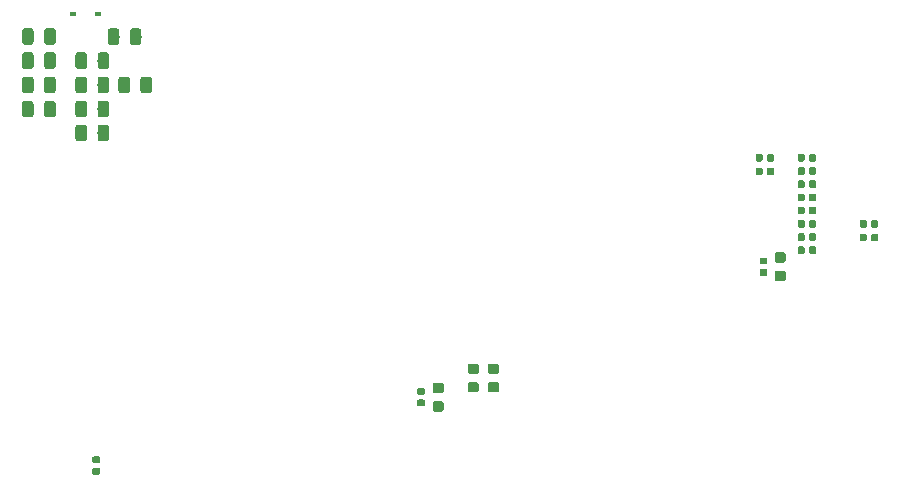
<source format=gbp>
G04 #@! TF.GenerationSoftware,KiCad,Pcbnew,(5.1.2)-2*
G04 #@! TF.CreationDate,2019-10-30T14:31:15+01:00*
G04 #@! TF.ProjectId,Hades,48616465-732e-46b6-9963-61645f706362,rev?*
G04 #@! TF.SameCoordinates,Original*
G04 #@! TF.FileFunction,Paste,Bot*
G04 #@! TF.FilePolarity,Positive*
%FSLAX46Y46*%
G04 Gerber Fmt 4.6, Leading zero omitted, Abs format (unit mm)*
G04 Created by KiCad (PCBNEW (5.1.2)-2) date 2019-10-30 14:31:15*
%MOMM*%
%LPD*%
G04 APERTURE LIST*
%ADD10C,0.100000*%
%ADD11C,0.975000*%
%ADD12C,0.875000*%
%ADD13C,0.590000*%
%ADD14R,0.600000X0.450000*%
G04 APERTURE END LIST*
D10*
G36*
X38799442Y-46926174D02*
G01*
X38823103Y-46929684D01*
X38846307Y-46935496D01*
X38868829Y-46943554D01*
X38890453Y-46953782D01*
X38910970Y-46966079D01*
X38930183Y-46980329D01*
X38947907Y-46996393D01*
X38963971Y-47014117D01*
X38978221Y-47033330D01*
X38990518Y-47053847D01*
X39000746Y-47075471D01*
X39008804Y-47097993D01*
X39014616Y-47121197D01*
X39018126Y-47144858D01*
X39019300Y-47168750D01*
X39019300Y-48081250D01*
X39018126Y-48105142D01*
X39014616Y-48128803D01*
X39008804Y-48152007D01*
X39000746Y-48174529D01*
X38990518Y-48196153D01*
X38978221Y-48216670D01*
X38963971Y-48235883D01*
X38947907Y-48253607D01*
X38930183Y-48269671D01*
X38910970Y-48283921D01*
X38890453Y-48296218D01*
X38868829Y-48306446D01*
X38846307Y-48314504D01*
X38823103Y-48320316D01*
X38799442Y-48323826D01*
X38775550Y-48325000D01*
X38288050Y-48325000D01*
X38264158Y-48323826D01*
X38240497Y-48320316D01*
X38217293Y-48314504D01*
X38194771Y-48306446D01*
X38173147Y-48296218D01*
X38152630Y-48283921D01*
X38133417Y-48269671D01*
X38115693Y-48253607D01*
X38099629Y-48235883D01*
X38085379Y-48216670D01*
X38073082Y-48196153D01*
X38062854Y-48174529D01*
X38054796Y-48152007D01*
X38048984Y-48128803D01*
X38045474Y-48105142D01*
X38044300Y-48081250D01*
X38044300Y-47168750D01*
X38045474Y-47144858D01*
X38048984Y-47121197D01*
X38054796Y-47097993D01*
X38062854Y-47075471D01*
X38073082Y-47053847D01*
X38085379Y-47033330D01*
X38099629Y-47014117D01*
X38115693Y-46996393D01*
X38133417Y-46980329D01*
X38152630Y-46966079D01*
X38173147Y-46953782D01*
X38194771Y-46943554D01*
X38217293Y-46935496D01*
X38240497Y-46929684D01*
X38264158Y-46926174D01*
X38288050Y-46925000D01*
X38775550Y-46925000D01*
X38799442Y-46926174D01*
X38799442Y-46926174D01*
G37*
D11*
X38531800Y-47625000D03*
D10*
G36*
X40674442Y-46926174D02*
G01*
X40698103Y-46929684D01*
X40721307Y-46935496D01*
X40743829Y-46943554D01*
X40765453Y-46953782D01*
X40785970Y-46966079D01*
X40805183Y-46980329D01*
X40822907Y-46996393D01*
X40838971Y-47014117D01*
X40853221Y-47033330D01*
X40865518Y-47053847D01*
X40875746Y-47075471D01*
X40883804Y-47097993D01*
X40889616Y-47121197D01*
X40893126Y-47144858D01*
X40894300Y-47168750D01*
X40894300Y-48081250D01*
X40893126Y-48105142D01*
X40889616Y-48128803D01*
X40883804Y-48152007D01*
X40875746Y-48174529D01*
X40865518Y-48196153D01*
X40853221Y-48216670D01*
X40838971Y-48235883D01*
X40822907Y-48253607D01*
X40805183Y-48269671D01*
X40785970Y-48283921D01*
X40765453Y-48296218D01*
X40743829Y-48306446D01*
X40721307Y-48314504D01*
X40698103Y-48320316D01*
X40674442Y-48323826D01*
X40650550Y-48325000D01*
X40163050Y-48325000D01*
X40139158Y-48323826D01*
X40115497Y-48320316D01*
X40092293Y-48314504D01*
X40069771Y-48306446D01*
X40048147Y-48296218D01*
X40027630Y-48283921D01*
X40008417Y-48269671D01*
X39990693Y-48253607D01*
X39974629Y-48235883D01*
X39960379Y-48216670D01*
X39948082Y-48196153D01*
X39937854Y-48174529D01*
X39929796Y-48152007D01*
X39923984Y-48128803D01*
X39920474Y-48105142D01*
X39919300Y-48081250D01*
X39919300Y-47168750D01*
X39920474Y-47144858D01*
X39923984Y-47121197D01*
X39929796Y-47097993D01*
X39937854Y-47075471D01*
X39948082Y-47053847D01*
X39960379Y-47033330D01*
X39974629Y-47014117D01*
X39990693Y-46996393D01*
X40008417Y-46980329D01*
X40027630Y-46966079D01*
X40048147Y-46953782D01*
X40069771Y-46943554D01*
X40092293Y-46935496D01*
X40115497Y-46929684D01*
X40139158Y-46926174D01*
X40163050Y-46925000D01*
X40650550Y-46925000D01*
X40674442Y-46926174D01*
X40674442Y-46926174D01*
G37*
D11*
X40406800Y-47625000D03*
D10*
G36*
X40676742Y-44894174D02*
G01*
X40700403Y-44897684D01*
X40723607Y-44903496D01*
X40746129Y-44911554D01*
X40767753Y-44921782D01*
X40788270Y-44934079D01*
X40807483Y-44948329D01*
X40825207Y-44964393D01*
X40841271Y-44982117D01*
X40855521Y-45001330D01*
X40867818Y-45021847D01*
X40878046Y-45043471D01*
X40886104Y-45065993D01*
X40891916Y-45089197D01*
X40895426Y-45112858D01*
X40896600Y-45136750D01*
X40896600Y-46049250D01*
X40895426Y-46073142D01*
X40891916Y-46096803D01*
X40886104Y-46120007D01*
X40878046Y-46142529D01*
X40867818Y-46164153D01*
X40855521Y-46184670D01*
X40841271Y-46203883D01*
X40825207Y-46221607D01*
X40807483Y-46237671D01*
X40788270Y-46251921D01*
X40767753Y-46264218D01*
X40746129Y-46274446D01*
X40723607Y-46282504D01*
X40700403Y-46288316D01*
X40676742Y-46291826D01*
X40652850Y-46293000D01*
X40165350Y-46293000D01*
X40141458Y-46291826D01*
X40117797Y-46288316D01*
X40094593Y-46282504D01*
X40072071Y-46274446D01*
X40050447Y-46264218D01*
X40029930Y-46251921D01*
X40010717Y-46237671D01*
X39992993Y-46221607D01*
X39976929Y-46203883D01*
X39962679Y-46184670D01*
X39950382Y-46164153D01*
X39940154Y-46142529D01*
X39932096Y-46120007D01*
X39926284Y-46096803D01*
X39922774Y-46073142D01*
X39921600Y-46049250D01*
X39921600Y-45136750D01*
X39922774Y-45112858D01*
X39926284Y-45089197D01*
X39932096Y-45065993D01*
X39940154Y-45043471D01*
X39950382Y-45021847D01*
X39962679Y-45001330D01*
X39976929Y-44982117D01*
X39992993Y-44964393D01*
X40010717Y-44948329D01*
X40029930Y-44934079D01*
X40050447Y-44921782D01*
X40072071Y-44911554D01*
X40094593Y-44903496D01*
X40117797Y-44897684D01*
X40141458Y-44894174D01*
X40165350Y-44893000D01*
X40652850Y-44893000D01*
X40676742Y-44894174D01*
X40676742Y-44894174D01*
G37*
D11*
X40409100Y-45593000D03*
D10*
G36*
X38801742Y-44894174D02*
G01*
X38825403Y-44897684D01*
X38848607Y-44903496D01*
X38871129Y-44911554D01*
X38892753Y-44921782D01*
X38913270Y-44934079D01*
X38932483Y-44948329D01*
X38950207Y-44964393D01*
X38966271Y-44982117D01*
X38980521Y-45001330D01*
X38992818Y-45021847D01*
X39003046Y-45043471D01*
X39011104Y-45065993D01*
X39016916Y-45089197D01*
X39020426Y-45112858D01*
X39021600Y-45136750D01*
X39021600Y-46049250D01*
X39020426Y-46073142D01*
X39016916Y-46096803D01*
X39011104Y-46120007D01*
X39003046Y-46142529D01*
X38992818Y-46164153D01*
X38980521Y-46184670D01*
X38966271Y-46203883D01*
X38950207Y-46221607D01*
X38932483Y-46237671D01*
X38913270Y-46251921D01*
X38892753Y-46264218D01*
X38871129Y-46274446D01*
X38848607Y-46282504D01*
X38825403Y-46288316D01*
X38801742Y-46291826D01*
X38777850Y-46293000D01*
X38290350Y-46293000D01*
X38266458Y-46291826D01*
X38242797Y-46288316D01*
X38219593Y-46282504D01*
X38197071Y-46274446D01*
X38175447Y-46264218D01*
X38154930Y-46251921D01*
X38135717Y-46237671D01*
X38117993Y-46221607D01*
X38101929Y-46203883D01*
X38087679Y-46184670D01*
X38075382Y-46164153D01*
X38065154Y-46142529D01*
X38057096Y-46120007D01*
X38051284Y-46096803D01*
X38047774Y-46073142D01*
X38046600Y-46049250D01*
X38046600Y-45136750D01*
X38047774Y-45112858D01*
X38051284Y-45089197D01*
X38057096Y-45065993D01*
X38065154Y-45043471D01*
X38075382Y-45021847D01*
X38087679Y-45001330D01*
X38101929Y-44982117D01*
X38117993Y-44964393D01*
X38135717Y-44948329D01*
X38154930Y-44934079D01*
X38175447Y-44921782D01*
X38197071Y-44911554D01*
X38219593Y-44903496D01*
X38242797Y-44897684D01*
X38266458Y-44894174D01*
X38290350Y-44893000D01*
X38777850Y-44893000D01*
X38801742Y-44894174D01*
X38801742Y-44894174D01*
G37*
D11*
X38534100Y-45593000D03*
D10*
G36*
X41547242Y-38772774D02*
G01*
X41570903Y-38776284D01*
X41594107Y-38782096D01*
X41616629Y-38790154D01*
X41638253Y-38800382D01*
X41658770Y-38812679D01*
X41677983Y-38826929D01*
X41695707Y-38842993D01*
X41711771Y-38860717D01*
X41726021Y-38879930D01*
X41738318Y-38900447D01*
X41748546Y-38922071D01*
X41756604Y-38944593D01*
X41762416Y-38967797D01*
X41765926Y-38991458D01*
X41767100Y-39015350D01*
X41767100Y-39927850D01*
X41765926Y-39951742D01*
X41762416Y-39975403D01*
X41756604Y-39998607D01*
X41748546Y-40021129D01*
X41738318Y-40042753D01*
X41726021Y-40063270D01*
X41711771Y-40082483D01*
X41695707Y-40100207D01*
X41677983Y-40116271D01*
X41658770Y-40130521D01*
X41638253Y-40142818D01*
X41616629Y-40153046D01*
X41594107Y-40161104D01*
X41570903Y-40166916D01*
X41547242Y-40170426D01*
X41523350Y-40171600D01*
X41035850Y-40171600D01*
X41011958Y-40170426D01*
X40988297Y-40166916D01*
X40965093Y-40161104D01*
X40942571Y-40153046D01*
X40920947Y-40142818D01*
X40900430Y-40130521D01*
X40881217Y-40116271D01*
X40863493Y-40100207D01*
X40847429Y-40082483D01*
X40833179Y-40063270D01*
X40820882Y-40042753D01*
X40810654Y-40021129D01*
X40802596Y-39998607D01*
X40796784Y-39975403D01*
X40793274Y-39951742D01*
X40792100Y-39927850D01*
X40792100Y-39015350D01*
X40793274Y-38991458D01*
X40796784Y-38967797D01*
X40802596Y-38944593D01*
X40810654Y-38922071D01*
X40820882Y-38900447D01*
X40833179Y-38879930D01*
X40847429Y-38860717D01*
X40863493Y-38842993D01*
X40881217Y-38826929D01*
X40900430Y-38812679D01*
X40920947Y-38800382D01*
X40942571Y-38790154D01*
X40965093Y-38782096D01*
X40988297Y-38776284D01*
X41011958Y-38772774D01*
X41035850Y-38771600D01*
X41523350Y-38771600D01*
X41547242Y-38772774D01*
X41547242Y-38772774D01*
G37*
D11*
X41279600Y-39471600D03*
D10*
G36*
X43422242Y-38772774D02*
G01*
X43445903Y-38776284D01*
X43469107Y-38782096D01*
X43491629Y-38790154D01*
X43513253Y-38800382D01*
X43533770Y-38812679D01*
X43552983Y-38826929D01*
X43570707Y-38842993D01*
X43586771Y-38860717D01*
X43601021Y-38879930D01*
X43613318Y-38900447D01*
X43623546Y-38922071D01*
X43631604Y-38944593D01*
X43637416Y-38967797D01*
X43640926Y-38991458D01*
X43642100Y-39015350D01*
X43642100Y-39927850D01*
X43640926Y-39951742D01*
X43637416Y-39975403D01*
X43631604Y-39998607D01*
X43623546Y-40021129D01*
X43613318Y-40042753D01*
X43601021Y-40063270D01*
X43586771Y-40082483D01*
X43570707Y-40100207D01*
X43552983Y-40116271D01*
X43533770Y-40130521D01*
X43513253Y-40142818D01*
X43491629Y-40153046D01*
X43469107Y-40161104D01*
X43445903Y-40166916D01*
X43422242Y-40170426D01*
X43398350Y-40171600D01*
X42910850Y-40171600D01*
X42886958Y-40170426D01*
X42863297Y-40166916D01*
X42840093Y-40161104D01*
X42817571Y-40153046D01*
X42795947Y-40142818D01*
X42775430Y-40130521D01*
X42756217Y-40116271D01*
X42738493Y-40100207D01*
X42722429Y-40082483D01*
X42708179Y-40063270D01*
X42695882Y-40042753D01*
X42685654Y-40021129D01*
X42677596Y-39998607D01*
X42671784Y-39975403D01*
X42668274Y-39951742D01*
X42667100Y-39927850D01*
X42667100Y-39015350D01*
X42668274Y-38991458D01*
X42671784Y-38967797D01*
X42677596Y-38944593D01*
X42685654Y-38922071D01*
X42695882Y-38900447D01*
X42708179Y-38879930D01*
X42722429Y-38860717D01*
X42738493Y-38842993D01*
X42756217Y-38826929D01*
X42775430Y-38812679D01*
X42795947Y-38800382D01*
X42817571Y-38790154D01*
X42840093Y-38782096D01*
X42863297Y-38776284D01*
X42886958Y-38772774D01*
X42910850Y-38771600D01*
X43398350Y-38771600D01*
X43422242Y-38772774D01*
X43422242Y-38772774D01*
G37*
D11*
X43154600Y-39471600D03*
D10*
G36*
X44308942Y-42862174D02*
G01*
X44332603Y-42865684D01*
X44355807Y-42871496D01*
X44378329Y-42879554D01*
X44399953Y-42889782D01*
X44420470Y-42902079D01*
X44439683Y-42916329D01*
X44457407Y-42932393D01*
X44473471Y-42950117D01*
X44487721Y-42969330D01*
X44500018Y-42989847D01*
X44510246Y-43011471D01*
X44518304Y-43033993D01*
X44524116Y-43057197D01*
X44527626Y-43080858D01*
X44528800Y-43104750D01*
X44528800Y-44017250D01*
X44527626Y-44041142D01*
X44524116Y-44064803D01*
X44518304Y-44088007D01*
X44510246Y-44110529D01*
X44500018Y-44132153D01*
X44487721Y-44152670D01*
X44473471Y-44171883D01*
X44457407Y-44189607D01*
X44439683Y-44205671D01*
X44420470Y-44219921D01*
X44399953Y-44232218D01*
X44378329Y-44242446D01*
X44355807Y-44250504D01*
X44332603Y-44256316D01*
X44308942Y-44259826D01*
X44285050Y-44261000D01*
X43797550Y-44261000D01*
X43773658Y-44259826D01*
X43749997Y-44256316D01*
X43726793Y-44250504D01*
X43704271Y-44242446D01*
X43682647Y-44232218D01*
X43662130Y-44219921D01*
X43642917Y-44205671D01*
X43625193Y-44189607D01*
X43609129Y-44171883D01*
X43594879Y-44152670D01*
X43582582Y-44132153D01*
X43572354Y-44110529D01*
X43564296Y-44088007D01*
X43558484Y-44064803D01*
X43554974Y-44041142D01*
X43553800Y-44017250D01*
X43553800Y-43104750D01*
X43554974Y-43080858D01*
X43558484Y-43057197D01*
X43564296Y-43033993D01*
X43572354Y-43011471D01*
X43582582Y-42989847D01*
X43594879Y-42969330D01*
X43609129Y-42950117D01*
X43625193Y-42932393D01*
X43642917Y-42916329D01*
X43662130Y-42902079D01*
X43682647Y-42889782D01*
X43704271Y-42879554D01*
X43726793Y-42871496D01*
X43749997Y-42865684D01*
X43773658Y-42862174D01*
X43797550Y-42861000D01*
X44285050Y-42861000D01*
X44308942Y-42862174D01*
X44308942Y-42862174D01*
G37*
D11*
X44041300Y-43561000D03*
D10*
G36*
X42433942Y-42862174D02*
G01*
X42457603Y-42865684D01*
X42480807Y-42871496D01*
X42503329Y-42879554D01*
X42524953Y-42889782D01*
X42545470Y-42902079D01*
X42564683Y-42916329D01*
X42582407Y-42932393D01*
X42598471Y-42950117D01*
X42612721Y-42969330D01*
X42625018Y-42989847D01*
X42635246Y-43011471D01*
X42643304Y-43033993D01*
X42649116Y-43057197D01*
X42652626Y-43080858D01*
X42653800Y-43104750D01*
X42653800Y-44017250D01*
X42652626Y-44041142D01*
X42649116Y-44064803D01*
X42643304Y-44088007D01*
X42635246Y-44110529D01*
X42625018Y-44132153D01*
X42612721Y-44152670D01*
X42598471Y-44171883D01*
X42582407Y-44189607D01*
X42564683Y-44205671D01*
X42545470Y-44219921D01*
X42524953Y-44232218D01*
X42503329Y-44242446D01*
X42480807Y-44250504D01*
X42457603Y-44256316D01*
X42433942Y-44259826D01*
X42410050Y-44261000D01*
X41922550Y-44261000D01*
X41898658Y-44259826D01*
X41874997Y-44256316D01*
X41851793Y-44250504D01*
X41829271Y-44242446D01*
X41807647Y-44232218D01*
X41787130Y-44219921D01*
X41767917Y-44205671D01*
X41750193Y-44189607D01*
X41734129Y-44171883D01*
X41719879Y-44152670D01*
X41707582Y-44132153D01*
X41697354Y-44110529D01*
X41689296Y-44088007D01*
X41683484Y-44064803D01*
X41679974Y-44041142D01*
X41678800Y-44017250D01*
X41678800Y-43104750D01*
X41679974Y-43080858D01*
X41683484Y-43057197D01*
X41689296Y-43033993D01*
X41697354Y-43011471D01*
X41707582Y-42989847D01*
X41719879Y-42969330D01*
X41734129Y-42950117D01*
X41750193Y-42932393D01*
X41767917Y-42916329D01*
X41787130Y-42902079D01*
X41807647Y-42889782D01*
X41829271Y-42879554D01*
X41851793Y-42871496D01*
X41874997Y-42865684D01*
X41898658Y-42862174D01*
X41922550Y-42861000D01*
X42410050Y-42861000D01*
X42433942Y-42862174D01*
X42433942Y-42862174D01*
G37*
D11*
X42166300Y-43561000D03*
D10*
G36*
X34282842Y-42862174D02*
G01*
X34306503Y-42865684D01*
X34329707Y-42871496D01*
X34352229Y-42879554D01*
X34373853Y-42889782D01*
X34394370Y-42902079D01*
X34413583Y-42916329D01*
X34431307Y-42932393D01*
X34447371Y-42950117D01*
X34461621Y-42969330D01*
X34473918Y-42989847D01*
X34484146Y-43011471D01*
X34492204Y-43033993D01*
X34498016Y-43057197D01*
X34501526Y-43080858D01*
X34502700Y-43104750D01*
X34502700Y-44017250D01*
X34501526Y-44041142D01*
X34498016Y-44064803D01*
X34492204Y-44088007D01*
X34484146Y-44110529D01*
X34473918Y-44132153D01*
X34461621Y-44152670D01*
X34447371Y-44171883D01*
X34431307Y-44189607D01*
X34413583Y-44205671D01*
X34394370Y-44219921D01*
X34373853Y-44232218D01*
X34352229Y-44242446D01*
X34329707Y-44250504D01*
X34306503Y-44256316D01*
X34282842Y-44259826D01*
X34258950Y-44261000D01*
X33771450Y-44261000D01*
X33747558Y-44259826D01*
X33723897Y-44256316D01*
X33700693Y-44250504D01*
X33678171Y-44242446D01*
X33656547Y-44232218D01*
X33636030Y-44219921D01*
X33616817Y-44205671D01*
X33599093Y-44189607D01*
X33583029Y-44171883D01*
X33568779Y-44152670D01*
X33556482Y-44132153D01*
X33546254Y-44110529D01*
X33538196Y-44088007D01*
X33532384Y-44064803D01*
X33528874Y-44041142D01*
X33527700Y-44017250D01*
X33527700Y-43104750D01*
X33528874Y-43080858D01*
X33532384Y-43057197D01*
X33538196Y-43033993D01*
X33546254Y-43011471D01*
X33556482Y-42989847D01*
X33568779Y-42969330D01*
X33583029Y-42950117D01*
X33599093Y-42932393D01*
X33616817Y-42916329D01*
X33636030Y-42902079D01*
X33656547Y-42889782D01*
X33678171Y-42879554D01*
X33700693Y-42871496D01*
X33723897Y-42865684D01*
X33747558Y-42862174D01*
X33771450Y-42861000D01*
X34258950Y-42861000D01*
X34282842Y-42862174D01*
X34282842Y-42862174D01*
G37*
D11*
X34015200Y-43561000D03*
D10*
G36*
X36157842Y-42862174D02*
G01*
X36181503Y-42865684D01*
X36204707Y-42871496D01*
X36227229Y-42879554D01*
X36248853Y-42889782D01*
X36269370Y-42902079D01*
X36288583Y-42916329D01*
X36306307Y-42932393D01*
X36322371Y-42950117D01*
X36336621Y-42969330D01*
X36348918Y-42989847D01*
X36359146Y-43011471D01*
X36367204Y-43033993D01*
X36373016Y-43057197D01*
X36376526Y-43080858D01*
X36377700Y-43104750D01*
X36377700Y-44017250D01*
X36376526Y-44041142D01*
X36373016Y-44064803D01*
X36367204Y-44088007D01*
X36359146Y-44110529D01*
X36348918Y-44132153D01*
X36336621Y-44152670D01*
X36322371Y-44171883D01*
X36306307Y-44189607D01*
X36288583Y-44205671D01*
X36269370Y-44219921D01*
X36248853Y-44232218D01*
X36227229Y-44242446D01*
X36204707Y-44250504D01*
X36181503Y-44256316D01*
X36157842Y-44259826D01*
X36133950Y-44261000D01*
X35646450Y-44261000D01*
X35622558Y-44259826D01*
X35598897Y-44256316D01*
X35575693Y-44250504D01*
X35553171Y-44242446D01*
X35531547Y-44232218D01*
X35511030Y-44219921D01*
X35491817Y-44205671D01*
X35474093Y-44189607D01*
X35458029Y-44171883D01*
X35443779Y-44152670D01*
X35431482Y-44132153D01*
X35421254Y-44110529D01*
X35413196Y-44088007D01*
X35407384Y-44064803D01*
X35403874Y-44041142D01*
X35402700Y-44017250D01*
X35402700Y-43104750D01*
X35403874Y-43080858D01*
X35407384Y-43057197D01*
X35413196Y-43033993D01*
X35421254Y-43011471D01*
X35431482Y-42989847D01*
X35443779Y-42969330D01*
X35458029Y-42950117D01*
X35474093Y-42932393D01*
X35491817Y-42916329D01*
X35511030Y-42902079D01*
X35531547Y-42889782D01*
X35553171Y-42879554D01*
X35575693Y-42871496D01*
X35598897Y-42865684D01*
X35622558Y-42862174D01*
X35646450Y-42861000D01*
X36133950Y-42861000D01*
X36157842Y-42862174D01*
X36157842Y-42862174D01*
G37*
D11*
X35890200Y-43561000D03*
D10*
G36*
X97991491Y-59304453D02*
G01*
X98012726Y-59307603D01*
X98033550Y-59312819D01*
X98053762Y-59320051D01*
X98073168Y-59329230D01*
X98091581Y-59340266D01*
X98108824Y-59353054D01*
X98124730Y-59367470D01*
X98139146Y-59383376D01*
X98151934Y-59400619D01*
X98162970Y-59419032D01*
X98172149Y-59438438D01*
X98179381Y-59458650D01*
X98184597Y-59479474D01*
X98187747Y-59500709D01*
X98188800Y-59522150D01*
X98188800Y-59959650D01*
X98187747Y-59981091D01*
X98184597Y-60002326D01*
X98179381Y-60023150D01*
X98172149Y-60043362D01*
X98162970Y-60062768D01*
X98151934Y-60081181D01*
X98139146Y-60098424D01*
X98124730Y-60114330D01*
X98108824Y-60128746D01*
X98091581Y-60141534D01*
X98073168Y-60152570D01*
X98053762Y-60161749D01*
X98033550Y-60168981D01*
X98012726Y-60174197D01*
X97991491Y-60177347D01*
X97970050Y-60178400D01*
X97457550Y-60178400D01*
X97436109Y-60177347D01*
X97414874Y-60174197D01*
X97394050Y-60168981D01*
X97373838Y-60161749D01*
X97354432Y-60152570D01*
X97336019Y-60141534D01*
X97318776Y-60128746D01*
X97302870Y-60114330D01*
X97288454Y-60098424D01*
X97275666Y-60081181D01*
X97264630Y-60062768D01*
X97255451Y-60043362D01*
X97248219Y-60023150D01*
X97243003Y-60002326D01*
X97239853Y-59981091D01*
X97238800Y-59959650D01*
X97238800Y-59522150D01*
X97239853Y-59500709D01*
X97243003Y-59479474D01*
X97248219Y-59458650D01*
X97255451Y-59438438D01*
X97264630Y-59419032D01*
X97275666Y-59400619D01*
X97288454Y-59383376D01*
X97302870Y-59367470D01*
X97318776Y-59353054D01*
X97336019Y-59340266D01*
X97354432Y-59329230D01*
X97373838Y-59320051D01*
X97394050Y-59312819D01*
X97414874Y-59307603D01*
X97436109Y-59304453D01*
X97457550Y-59303400D01*
X97970050Y-59303400D01*
X97991491Y-59304453D01*
X97991491Y-59304453D01*
G37*
D12*
X97713800Y-59740900D03*
D10*
G36*
X97991491Y-57729453D02*
G01*
X98012726Y-57732603D01*
X98033550Y-57737819D01*
X98053762Y-57745051D01*
X98073168Y-57754230D01*
X98091581Y-57765266D01*
X98108824Y-57778054D01*
X98124730Y-57792470D01*
X98139146Y-57808376D01*
X98151934Y-57825619D01*
X98162970Y-57844032D01*
X98172149Y-57863438D01*
X98179381Y-57883650D01*
X98184597Y-57904474D01*
X98187747Y-57925709D01*
X98188800Y-57947150D01*
X98188800Y-58384650D01*
X98187747Y-58406091D01*
X98184597Y-58427326D01*
X98179381Y-58448150D01*
X98172149Y-58468362D01*
X98162970Y-58487768D01*
X98151934Y-58506181D01*
X98139146Y-58523424D01*
X98124730Y-58539330D01*
X98108824Y-58553746D01*
X98091581Y-58566534D01*
X98073168Y-58577570D01*
X98053762Y-58586749D01*
X98033550Y-58593981D01*
X98012726Y-58599197D01*
X97991491Y-58602347D01*
X97970050Y-58603400D01*
X97457550Y-58603400D01*
X97436109Y-58602347D01*
X97414874Y-58599197D01*
X97394050Y-58593981D01*
X97373838Y-58586749D01*
X97354432Y-58577570D01*
X97336019Y-58566534D01*
X97318776Y-58553746D01*
X97302870Y-58539330D01*
X97288454Y-58523424D01*
X97275666Y-58506181D01*
X97264630Y-58487768D01*
X97255451Y-58468362D01*
X97248219Y-58448150D01*
X97243003Y-58427326D01*
X97239853Y-58406091D01*
X97238800Y-58384650D01*
X97238800Y-57947150D01*
X97239853Y-57925709D01*
X97243003Y-57904474D01*
X97248219Y-57883650D01*
X97255451Y-57863438D01*
X97264630Y-57844032D01*
X97275666Y-57825619D01*
X97288454Y-57808376D01*
X97302870Y-57792470D01*
X97318776Y-57778054D01*
X97336019Y-57765266D01*
X97354432Y-57754230D01*
X97373838Y-57745051D01*
X97394050Y-57737819D01*
X97414874Y-57732603D01*
X97436109Y-57729453D01*
X97457550Y-57728400D01*
X97970050Y-57728400D01*
X97991491Y-57729453D01*
X97991491Y-57729453D01*
G37*
D12*
X97713800Y-58165900D03*
D10*
G36*
X96478358Y-58174110D02*
G01*
X96492676Y-58176234D01*
X96506717Y-58179751D01*
X96520346Y-58184628D01*
X96533431Y-58190817D01*
X96545847Y-58198258D01*
X96557473Y-58206881D01*
X96568198Y-58216602D01*
X96577919Y-58227327D01*
X96586542Y-58238953D01*
X96593983Y-58251369D01*
X96600172Y-58264454D01*
X96605049Y-58278083D01*
X96608566Y-58292124D01*
X96610690Y-58306442D01*
X96611400Y-58320900D01*
X96611400Y-58615900D01*
X96610690Y-58630358D01*
X96608566Y-58644676D01*
X96605049Y-58658717D01*
X96600172Y-58672346D01*
X96593983Y-58685431D01*
X96586542Y-58697847D01*
X96577919Y-58709473D01*
X96568198Y-58720198D01*
X96557473Y-58729919D01*
X96545847Y-58738542D01*
X96533431Y-58745983D01*
X96520346Y-58752172D01*
X96506717Y-58757049D01*
X96492676Y-58760566D01*
X96478358Y-58762690D01*
X96463900Y-58763400D01*
X96118900Y-58763400D01*
X96104442Y-58762690D01*
X96090124Y-58760566D01*
X96076083Y-58757049D01*
X96062454Y-58752172D01*
X96049369Y-58745983D01*
X96036953Y-58738542D01*
X96025327Y-58729919D01*
X96014602Y-58720198D01*
X96004881Y-58709473D01*
X95996258Y-58697847D01*
X95988817Y-58685431D01*
X95982628Y-58672346D01*
X95977751Y-58658717D01*
X95974234Y-58644676D01*
X95972110Y-58630358D01*
X95971400Y-58615900D01*
X95971400Y-58320900D01*
X95972110Y-58306442D01*
X95974234Y-58292124D01*
X95977751Y-58278083D01*
X95982628Y-58264454D01*
X95988817Y-58251369D01*
X95996258Y-58238953D01*
X96004881Y-58227327D01*
X96014602Y-58216602D01*
X96025327Y-58206881D01*
X96036953Y-58198258D01*
X96049369Y-58190817D01*
X96062454Y-58184628D01*
X96076083Y-58179751D01*
X96090124Y-58176234D01*
X96104442Y-58174110D01*
X96118900Y-58173400D01*
X96463900Y-58173400D01*
X96478358Y-58174110D01*
X96478358Y-58174110D01*
G37*
D13*
X96291400Y-58468400D03*
D10*
G36*
X96478358Y-59144110D02*
G01*
X96492676Y-59146234D01*
X96506717Y-59149751D01*
X96520346Y-59154628D01*
X96533431Y-59160817D01*
X96545847Y-59168258D01*
X96557473Y-59176881D01*
X96568198Y-59186602D01*
X96577919Y-59197327D01*
X96586542Y-59208953D01*
X96593983Y-59221369D01*
X96600172Y-59234454D01*
X96605049Y-59248083D01*
X96608566Y-59262124D01*
X96610690Y-59276442D01*
X96611400Y-59290900D01*
X96611400Y-59585900D01*
X96610690Y-59600358D01*
X96608566Y-59614676D01*
X96605049Y-59628717D01*
X96600172Y-59642346D01*
X96593983Y-59655431D01*
X96586542Y-59667847D01*
X96577919Y-59679473D01*
X96568198Y-59690198D01*
X96557473Y-59699919D01*
X96545847Y-59708542D01*
X96533431Y-59715983D01*
X96520346Y-59722172D01*
X96506717Y-59727049D01*
X96492676Y-59730566D01*
X96478358Y-59732690D01*
X96463900Y-59733400D01*
X96118900Y-59733400D01*
X96104442Y-59732690D01*
X96090124Y-59730566D01*
X96076083Y-59727049D01*
X96062454Y-59722172D01*
X96049369Y-59715983D01*
X96036953Y-59708542D01*
X96025327Y-59699919D01*
X96014602Y-59690198D01*
X96004881Y-59679473D01*
X95996258Y-59667847D01*
X95988817Y-59655431D01*
X95982628Y-59642346D01*
X95977751Y-59628717D01*
X95974234Y-59614676D01*
X95972110Y-59600358D01*
X95971400Y-59585900D01*
X95971400Y-59290900D01*
X95972110Y-59276442D01*
X95974234Y-59262124D01*
X95977751Y-59248083D01*
X95982628Y-59234454D01*
X95988817Y-59221369D01*
X95996258Y-59208953D01*
X96004881Y-59197327D01*
X96014602Y-59186602D01*
X96025327Y-59176881D01*
X96036953Y-59168258D01*
X96049369Y-59160817D01*
X96062454Y-59154628D01*
X96076083Y-59149751D01*
X96090124Y-59146234D01*
X96104442Y-59144110D01*
X96118900Y-59143400D01*
X96463900Y-59143400D01*
X96478358Y-59144110D01*
X96478358Y-59144110D01*
G37*
D13*
X96291400Y-59438400D03*
D10*
G36*
X69035491Y-68778453D02*
G01*
X69056726Y-68781603D01*
X69077550Y-68786819D01*
X69097762Y-68794051D01*
X69117168Y-68803230D01*
X69135581Y-68814266D01*
X69152824Y-68827054D01*
X69168730Y-68841470D01*
X69183146Y-68857376D01*
X69195934Y-68874619D01*
X69206970Y-68893032D01*
X69216149Y-68912438D01*
X69223381Y-68932650D01*
X69228597Y-68953474D01*
X69231747Y-68974709D01*
X69232800Y-68996150D01*
X69232800Y-69433650D01*
X69231747Y-69455091D01*
X69228597Y-69476326D01*
X69223381Y-69497150D01*
X69216149Y-69517362D01*
X69206970Y-69536768D01*
X69195934Y-69555181D01*
X69183146Y-69572424D01*
X69168730Y-69588330D01*
X69152824Y-69602746D01*
X69135581Y-69615534D01*
X69117168Y-69626570D01*
X69097762Y-69635749D01*
X69077550Y-69642981D01*
X69056726Y-69648197D01*
X69035491Y-69651347D01*
X69014050Y-69652400D01*
X68501550Y-69652400D01*
X68480109Y-69651347D01*
X68458874Y-69648197D01*
X68438050Y-69642981D01*
X68417838Y-69635749D01*
X68398432Y-69626570D01*
X68380019Y-69615534D01*
X68362776Y-69602746D01*
X68346870Y-69588330D01*
X68332454Y-69572424D01*
X68319666Y-69555181D01*
X68308630Y-69536768D01*
X68299451Y-69517362D01*
X68292219Y-69497150D01*
X68287003Y-69476326D01*
X68283853Y-69455091D01*
X68282800Y-69433650D01*
X68282800Y-68996150D01*
X68283853Y-68974709D01*
X68287003Y-68953474D01*
X68292219Y-68932650D01*
X68299451Y-68912438D01*
X68308630Y-68893032D01*
X68319666Y-68874619D01*
X68332454Y-68857376D01*
X68346870Y-68841470D01*
X68362776Y-68827054D01*
X68380019Y-68814266D01*
X68398432Y-68803230D01*
X68417838Y-68794051D01*
X68438050Y-68786819D01*
X68458874Y-68781603D01*
X68480109Y-68778453D01*
X68501550Y-68777400D01*
X69014050Y-68777400D01*
X69035491Y-68778453D01*
X69035491Y-68778453D01*
G37*
D12*
X68757800Y-69214900D03*
D10*
G36*
X69035491Y-70353453D02*
G01*
X69056726Y-70356603D01*
X69077550Y-70361819D01*
X69097762Y-70369051D01*
X69117168Y-70378230D01*
X69135581Y-70389266D01*
X69152824Y-70402054D01*
X69168730Y-70416470D01*
X69183146Y-70432376D01*
X69195934Y-70449619D01*
X69206970Y-70468032D01*
X69216149Y-70487438D01*
X69223381Y-70507650D01*
X69228597Y-70528474D01*
X69231747Y-70549709D01*
X69232800Y-70571150D01*
X69232800Y-71008650D01*
X69231747Y-71030091D01*
X69228597Y-71051326D01*
X69223381Y-71072150D01*
X69216149Y-71092362D01*
X69206970Y-71111768D01*
X69195934Y-71130181D01*
X69183146Y-71147424D01*
X69168730Y-71163330D01*
X69152824Y-71177746D01*
X69135581Y-71190534D01*
X69117168Y-71201570D01*
X69097762Y-71210749D01*
X69077550Y-71217981D01*
X69056726Y-71223197D01*
X69035491Y-71226347D01*
X69014050Y-71227400D01*
X68501550Y-71227400D01*
X68480109Y-71226347D01*
X68458874Y-71223197D01*
X68438050Y-71217981D01*
X68417838Y-71210749D01*
X68398432Y-71201570D01*
X68380019Y-71190534D01*
X68362776Y-71177746D01*
X68346870Y-71163330D01*
X68332454Y-71147424D01*
X68319666Y-71130181D01*
X68308630Y-71111768D01*
X68299451Y-71092362D01*
X68292219Y-71072150D01*
X68287003Y-71051326D01*
X68283853Y-71030091D01*
X68282800Y-71008650D01*
X68282800Y-70571150D01*
X68283853Y-70549709D01*
X68287003Y-70528474D01*
X68292219Y-70507650D01*
X68299451Y-70487438D01*
X68308630Y-70468032D01*
X68319666Y-70449619D01*
X68332454Y-70432376D01*
X68346870Y-70416470D01*
X68362776Y-70402054D01*
X68380019Y-70389266D01*
X68398432Y-70378230D01*
X68417838Y-70369051D01*
X68438050Y-70361819D01*
X68458874Y-70356603D01*
X68480109Y-70353453D01*
X68501550Y-70352400D01*
X69014050Y-70352400D01*
X69035491Y-70353453D01*
X69035491Y-70353453D01*
G37*
D12*
X68757800Y-70789900D03*
D10*
G36*
X67496958Y-70193110D02*
G01*
X67511276Y-70195234D01*
X67525317Y-70198751D01*
X67538946Y-70203628D01*
X67552031Y-70209817D01*
X67564447Y-70217258D01*
X67576073Y-70225881D01*
X67586798Y-70235602D01*
X67596519Y-70246327D01*
X67605142Y-70257953D01*
X67612583Y-70270369D01*
X67618772Y-70283454D01*
X67623649Y-70297083D01*
X67627166Y-70311124D01*
X67629290Y-70325442D01*
X67630000Y-70339900D01*
X67630000Y-70634900D01*
X67629290Y-70649358D01*
X67627166Y-70663676D01*
X67623649Y-70677717D01*
X67618772Y-70691346D01*
X67612583Y-70704431D01*
X67605142Y-70716847D01*
X67596519Y-70728473D01*
X67586798Y-70739198D01*
X67576073Y-70748919D01*
X67564447Y-70757542D01*
X67552031Y-70764983D01*
X67538946Y-70771172D01*
X67525317Y-70776049D01*
X67511276Y-70779566D01*
X67496958Y-70781690D01*
X67482500Y-70782400D01*
X67137500Y-70782400D01*
X67123042Y-70781690D01*
X67108724Y-70779566D01*
X67094683Y-70776049D01*
X67081054Y-70771172D01*
X67067969Y-70764983D01*
X67055553Y-70757542D01*
X67043927Y-70748919D01*
X67033202Y-70739198D01*
X67023481Y-70728473D01*
X67014858Y-70716847D01*
X67007417Y-70704431D01*
X67001228Y-70691346D01*
X66996351Y-70677717D01*
X66992834Y-70663676D01*
X66990710Y-70649358D01*
X66990000Y-70634900D01*
X66990000Y-70339900D01*
X66990710Y-70325442D01*
X66992834Y-70311124D01*
X66996351Y-70297083D01*
X67001228Y-70283454D01*
X67007417Y-70270369D01*
X67014858Y-70257953D01*
X67023481Y-70246327D01*
X67033202Y-70235602D01*
X67043927Y-70225881D01*
X67055553Y-70217258D01*
X67067969Y-70209817D01*
X67081054Y-70203628D01*
X67094683Y-70198751D01*
X67108724Y-70195234D01*
X67123042Y-70193110D01*
X67137500Y-70192400D01*
X67482500Y-70192400D01*
X67496958Y-70193110D01*
X67496958Y-70193110D01*
G37*
D13*
X67310000Y-70487400D03*
D10*
G36*
X67496958Y-69223110D02*
G01*
X67511276Y-69225234D01*
X67525317Y-69228751D01*
X67538946Y-69233628D01*
X67552031Y-69239817D01*
X67564447Y-69247258D01*
X67576073Y-69255881D01*
X67586798Y-69265602D01*
X67596519Y-69276327D01*
X67605142Y-69287953D01*
X67612583Y-69300369D01*
X67618772Y-69313454D01*
X67623649Y-69327083D01*
X67627166Y-69341124D01*
X67629290Y-69355442D01*
X67630000Y-69369900D01*
X67630000Y-69664900D01*
X67629290Y-69679358D01*
X67627166Y-69693676D01*
X67623649Y-69707717D01*
X67618772Y-69721346D01*
X67612583Y-69734431D01*
X67605142Y-69746847D01*
X67596519Y-69758473D01*
X67586798Y-69769198D01*
X67576073Y-69778919D01*
X67564447Y-69787542D01*
X67552031Y-69794983D01*
X67538946Y-69801172D01*
X67525317Y-69806049D01*
X67511276Y-69809566D01*
X67496958Y-69811690D01*
X67482500Y-69812400D01*
X67137500Y-69812400D01*
X67123042Y-69811690D01*
X67108724Y-69809566D01*
X67094683Y-69806049D01*
X67081054Y-69801172D01*
X67067969Y-69794983D01*
X67055553Y-69787542D01*
X67043927Y-69778919D01*
X67033202Y-69769198D01*
X67023481Y-69758473D01*
X67014858Y-69746847D01*
X67007417Y-69734431D01*
X67001228Y-69721346D01*
X66996351Y-69707717D01*
X66992834Y-69693676D01*
X66990710Y-69679358D01*
X66990000Y-69664900D01*
X66990000Y-69369900D01*
X66990710Y-69355442D01*
X66992834Y-69341124D01*
X66996351Y-69327083D01*
X67001228Y-69313454D01*
X67007417Y-69300369D01*
X67014858Y-69287953D01*
X67023481Y-69276327D01*
X67033202Y-69265602D01*
X67043927Y-69255881D01*
X67055553Y-69247258D01*
X67067969Y-69239817D01*
X67081054Y-69233628D01*
X67094683Y-69228751D01*
X67108724Y-69225234D01*
X67123042Y-69223110D01*
X67137500Y-69222400D01*
X67482500Y-69222400D01*
X67496958Y-69223110D01*
X67496958Y-69223110D01*
G37*
D13*
X67310000Y-69517400D03*
D10*
G36*
X39988758Y-75011910D02*
G01*
X40003076Y-75014034D01*
X40017117Y-75017551D01*
X40030746Y-75022428D01*
X40043831Y-75028617D01*
X40056247Y-75036058D01*
X40067873Y-75044681D01*
X40078598Y-75054402D01*
X40088319Y-75065127D01*
X40096942Y-75076753D01*
X40104383Y-75089169D01*
X40110572Y-75102254D01*
X40115449Y-75115883D01*
X40118966Y-75129924D01*
X40121090Y-75144242D01*
X40121800Y-75158700D01*
X40121800Y-75453700D01*
X40121090Y-75468158D01*
X40118966Y-75482476D01*
X40115449Y-75496517D01*
X40110572Y-75510146D01*
X40104383Y-75523231D01*
X40096942Y-75535647D01*
X40088319Y-75547273D01*
X40078598Y-75557998D01*
X40067873Y-75567719D01*
X40056247Y-75576342D01*
X40043831Y-75583783D01*
X40030746Y-75589972D01*
X40017117Y-75594849D01*
X40003076Y-75598366D01*
X39988758Y-75600490D01*
X39974300Y-75601200D01*
X39629300Y-75601200D01*
X39614842Y-75600490D01*
X39600524Y-75598366D01*
X39586483Y-75594849D01*
X39572854Y-75589972D01*
X39559769Y-75583783D01*
X39547353Y-75576342D01*
X39535727Y-75567719D01*
X39525002Y-75557998D01*
X39515281Y-75547273D01*
X39506658Y-75535647D01*
X39499217Y-75523231D01*
X39493028Y-75510146D01*
X39488151Y-75496517D01*
X39484634Y-75482476D01*
X39482510Y-75468158D01*
X39481800Y-75453700D01*
X39481800Y-75158700D01*
X39482510Y-75144242D01*
X39484634Y-75129924D01*
X39488151Y-75115883D01*
X39493028Y-75102254D01*
X39499217Y-75089169D01*
X39506658Y-75076753D01*
X39515281Y-75065127D01*
X39525002Y-75054402D01*
X39535727Y-75044681D01*
X39547353Y-75036058D01*
X39559769Y-75028617D01*
X39572854Y-75022428D01*
X39586483Y-75017551D01*
X39600524Y-75014034D01*
X39614842Y-75011910D01*
X39629300Y-75011200D01*
X39974300Y-75011200D01*
X39988758Y-75011910D01*
X39988758Y-75011910D01*
G37*
D13*
X39801800Y-75306200D03*
D10*
G36*
X39988758Y-75981910D02*
G01*
X40003076Y-75984034D01*
X40017117Y-75987551D01*
X40030746Y-75992428D01*
X40043831Y-75998617D01*
X40056247Y-76006058D01*
X40067873Y-76014681D01*
X40078598Y-76024402D01*
X40088319Y-76035127D01*
X40096942Y-76046753D01*
X40104383Y-76059169D01*
X40110572Y-76072254D01*
X40115449Y-76085883D01*
X40118966Y-76099924D01*
X40121090Y-76114242D01*
X40121800Y-76128700D01*
X40121800Y-76423700D01*
X40121090Y-76438158D01*
X40118966Y-76452476D01*
X40115449Y-76466517D01*
X40110572Y-76480146D01*
X40104383Y-76493231D01*
X40096942Y-76505647D01*
X40088319Y-76517273D01*
X40078598Y-76527998D01*
X40067873Y-76537719D01*
X40056247Y-76546342D01*
X40043831Y-76553783D01*
X40030746Y-76559972D01*
X40017117Y-76564849D01*
X40003076Y-76568366D01*
X39988758Y-76570490D01*
X39974300Y-76571200D01*
X39629300Y-76571200D01*
X39614842Y-76570490D01*
X39600524Y-76568366D01*
X39586483Y-76564849D01*
X39572854Y-76559972D01*
X39559769Y-76553783D01*
X39547353Y-76546342D01*
X39535727Y-76537719D01*
X39525002Y-76527998D01*
X39515281Y-76517273D01*
X39506658Y-76505647D01*
X39499217Y-76493231D01*
X39493028Y-76480146D01*
X39488151Y-76466517D01*
X39484634Y-76452476D01*
X39482510Y-76438158D01*
X39481800Y-76423700D01*
X39481800Y-76128700D01*
X39482510Y-76114242D01*
X39484634Y-76099924D01*
X39488151Y-76085883D01*
X39493028Y-76072254D01*
X39499217Y-76059169D01*
X39506658Y-76046753D01*
X39515281Y-76035127D01*
X39525002Y-76024402D01*
X39535727Y-76014681D01*
X39547353Y-76006058D01*
X39559769Y-75998617D01*
X39572854Y-75992428D01*
X39586483Y-75987551D01*
X39600524Y-75984034D01*
X39614842Y-75981910D01*
X39629300Y-75981200D01*
X39974300Y-75981200D01*
X39988758Y-75981910D01*
X39988758Y-75981910D01*
G37*
D13*
X39801800Y-76276200D03*
D14*
X39946000Y-37566600D03*
X37846000Y-37566600D03*
D10*
G36*
X34282842Y-44919574D02*
G01*
X34306503Y-44923084D01*
X34329707Y-44928896D01*
X34352229Y-44936954D01*
X34373853Y-44947182D01*
X34394370Y-44959479D01*
X34413583Y-44973729D01*
X34431307Y-44989793D01*
X34447371Y-45007517D01*
X34461621Y-45026730D01*
X34473918Y-45047247D01*
X34484146Y-45068871D01*
X34492204Y-45091393D01*
X34498016Y-45114597D01*
X34501526Y-45138258D01*
X34502700Y-45162150D01*
X34502700Y-46074650D01*
X34501526Y-46098542D01*
X34498016Y-46122203D01*
X34492204Y-46145407D01*
X34484146Y-46167929D01*
X34473918Y-46189553D01*
X34461621Y-46210070D01*
X34447371Y-46229283D01*
X34431307Y-46247007D01*
X34413583Y-46263071D01*
X34394370Y-46277321D01*
X34373853Y-46289618D01*
X34352229Y-46299846D01*
X34329707Y-46307904D01*
X34306503Y-46313716D01*
X34282842Y-46317226D01*
X34258950Y-46318400D01*
X33771450Y-46318400D01*
X33747558Y-46317226D01*
X33723897Y-46313716D01*
X33700693Y-46307904D01*
X33678171Y-46299846D01*
X33656547Y-46289618D01*
X33636030Y-46277321D01*
X33616817Y-46263071D01*
X33599093Y-46247007D01*
X33583029Y-46229283D01*
X33568779Y-46210070D01*
X33556482Y-46189553D01*
X33546254Y-46167929D01*
X33538196Y-46145407D01*
X33532384Y-46122203D01*
X33528874Y-46098542D01*
X33527700Y-46074650D01*
X33527700Y-45162150D01*
X33528874Y-45138258D01*
X33532384Y-45114597D01*
X33538196Y-45091393D01*
X33546254Y-45068871D01*
X33556482Y-45047247D01*
X33568779Y-45026730D01*
X33583029Y-45007517D01*
X33599093Y-44989793D01*
X33616817Y-44973729D01*
X33636030Y-44959479D01*
X33656547Y-44947182D01*
X33678171Y-44936954D01*
X33700693Y-44928896D01*
X33723897Y-44923084D01*
X33747558Y-44919574D01*
X33771450Y-44918400D01*
X34258950Y-44918400D01*
X34282842Y-44919574D01*
X34282842Y-44919574D01*
G37*
D11*
X34015200Y-45618400D03*
D10*
G36*
X36157842Y-44919574D02*
G01*
X36181503Y-44923084D01*
X36204707Y-44928896D01*
X36227229Y-44936954D01*
X36248853Y-44947182D01*
X36269370Y-44959479D01*
X36288583Y-44973729D01*
X36306307Y-44989793D01*
X36322371Y-45007517D01*
X36336621Y-45026730D01*
X36348918Y-45047247D01*
X36359146Y-45068871D01*
X36367204Y-45091393D01*
X36373016Y-45114597D01*
X36376526Y-45138258D01*
X36377700Y-45162150D01*
X36377700Y-46074650D01*
X36376526Y-46098542D01*
X36373016Y-46122203D01*
X36367204Y-46145407D01*
X36359146Y-46167929D01*
X36348918Y-46189553D01*
X36336621Y-46210070D01*
X36322371Y-46229283D01*
X36306307Y-46247007D01*
X36288583Y-46263071D01*
X36269370Y-46277321D01*
X36248853Y-46289618D01*
X36227229Y-46299846D01*
X36204707Y-46307904D01*
X36181503Y-46313716D01*
X36157842Y-46317226D01*
X36133950Y-46318400D01*
X35646450Y-46318400D01*
X35622558Y-46317226D01*
X35598897Y-46313716D01*
X35575693Y-46307904D01*
X35553171Y-46299846D01*
X35531547Y-46289618D01*
X35511030Y-46277321D01*
X35491817Y-46263071D01*
X35474093Y-46247007D01*
X35458029Y-46229283D01*
X35443779Y-46210070D01*
X35431482Y-46189553D01*
X35421254Y-46167929D01*
X35413196Y-46145407D01*
X35407384Y-46122203D01*
X35403874Y-46098542D01*
X35402700Y-46074650D01*
X35402700Y-45162150D01*
X35403874Y-45138258D01*
X35407384Y-45114597D01*
X35413196Y-45091393D01*
X35421254Y-45068871D01*
X35431482Y-45047247D01*
X35443779Y-45026730D01*
X35458029Y-45007517D01*
X35474093Y-44989793D01*
X35491817Y-44973729D01*
X35511030Y-44959479D01*
X35531547Y-44947182D01*
X35553171Y-44936954D01*
X35575693Y-44928896D01*
X35598897Y-44923084D01*
X35622558Y-44919574D01*
X35646450Y-44918400D01*
X36133950Y-44918400D01*
X36157842Y-44919574D01*
X36157842Y-44919574D01*
G37*
D11*
X35890200Y-45618400D03*
D10*
G36*
X40674442Y-42862174D02*
G01*
X40698103Y-42865684D01*
X40721307Y-42871496D01*
X40743829Y-42879554D01*
X40765453Y-42889782D01*
X40785970Y-42902079D01*
X40805183Y-42916329D01*
X40822907Y-42932393D01*
X40838971Y-42950117D01*
X40853221Y-42969330D01*
X40865518Y-42989847D01*
X40875746Y-43011471D01*
X40883804Y-43033993D01*
X40889616Y-43057197D01*
X40893126Y-43080858D01*
X40894300Y-43104750D01*
X40894300Y-44017250D01*
X40893126Y-44041142D01*
X40889616Y-44064803D01*
X40883804Y-44088007D01*
X40875746Y-44110529D01*
X40865518Y-44132153D01*
X40853221Y-44152670D01*
X40838971Y-44171883D01*
X40822907Y-44189607D01*
X40805183Y-44205671D01*
X40785970Y-44219921D01*
X40765453Y-44232218D01*
X40743829Y-44242446D01*
X40721307Y-44250504D01*
X40698103Y-44256316D01*
X40674442Y-44259826D01*
X40650550Y-44261000D01*
X40163050Y-44261000D01*
X40139158Y-44259826D01*
X40115497Y-44256316D01*
X40092293Y-44250504D01*
X40069771Y-44242446D01*
X40048147Y-44232218D01*
X40027630Y-44219921D01*
X40008417Y-44205671D01*
X39990693Y-44189607D01*
X39974629Y-44171883D01*
X39960379Y-44152670D01*
X39948082Y-44132153D01*
X39937854Y-44110529D01*
X39929796Y-44088007D01*
X39923984Y-44064803D01*
X39920474Y-44041142D01*
X39919300Y-44017250D01*
X39919300Y-43104750D01*
X39920474Y-43080858D01*
X39923984Y-43057197D01*
X39929796Y-43033993D01*
X39937854Y-43011471D01*
X39948082Y-42989847D01*
X39960379Y-42969330D01*
X39974629Y-42950117D01*
X39990693Y-42932393D01*
X40008417Y-42916329D01*
X40027630Y-42902079D01*
X40048147Y-42889782D01*
X40069771Y-42879554D01*
X40092293Y-42871496D01*
X40115497Y-42865684D01*
X40139158Y-42862174D01*
X40163050Y-42861000D01*
X40650550Y-42861000D01*
X40674442Y-42862174D01*
X40674442Y-42862174D01*
G37*
D11*
X40406800Y-43561000D03*
D10*
G36*
X38799442Y-42862174D02*
G01*
X38823103Y-42865684D01*
X38846307Y-42871496D01*
X38868829Y-42879554D01*
X38890453Y-42889782D01*
X38910970Y-42902079D01*
X38930183Y-42916329D01*
X38947907Y-42932393D01*
X38963971Y-42950117D01*
X38978221Y-42969330D01*
X38990518Y-42989847D01*
X39000746Y-43011471D01*
X39008804Y-43033993D01*
X39014616Y-43057197D01*
X39018126Y-43080858D01*
X39019300Y-43104750D01*
X39019300Y-44017250D01*
X39018126Y-44041142D01*
X39014616Y-44064803D01*
X39008804Y-44088007D01*
X39000746Y-44110529D01*
X38990518Y-44132153D01*
X38978221Y-44152670D01*
X38963971Y-44171883D01*
X38947907Y-44189607D01*
X38930183Y-44205671D01*
X38910970Y-44219921D01*
X38890453Y-44232218D01*
X38868829Y-44242446D01*
X38846307Y-44250504D01*
X38823103Y-44256316D01*
X38799442Y-44259826D01*
X38775550Y-44261000D01*
X38288050Y-44261000D01*
X38264158Y-44259826D01*
X38240497Y-44256316D01*
X38217293Y-44250504D01*
X38194771Y-44242446D01*
X38173147Y-44232218D01*
X38152630Y-44219921D01*
X38133417Y-44205671D01*
X38115693Y-44189607D01*
X38099629Y-44171883D01*
X38085379Y-44152670D01*
X38073082Y-44132153D01*
X38062854Y-44110529D01*
X38054796Y-44088007D01*
X38048984Y-44064803D01*
X38045474Y-44041142D01*
X38044300Y-44017250D01*
X38044300Y-43104750D01*
X38045474Y-43080858D01*
X38048984Y-43057197D01*
X38054796Y-43033993D01*
X38062854Y-43011471D01*
X38073082Y-42989847D01*
X38085379Y-42969330D01*
X38099629Y-42950117D01*
X38115693Y-42932393D01*
X38133417Y-42916329D01*
X38152630Y-42902079D01*
X38173147Y-42889782D01*
X38194771Y-42879554D01*
X38217293Y-42871496D01*
X38240497Y-42865684D01*
X38264158Y-42862174D01*
X38288050Y-42861000D01*
X38775550Y-42861000D01*
X38799442Y-42862174D01*
X38799442Y-42862174D01*
G37*
D11*
X38531800Y-43561000D03*
D10*
G36*
X38804042Y-40804774D02*
G01*
X38827703Y-40808284D01*
X38850907Y-40814096D01*
X38873429Y-40822154D01*
X38895053Y-40832382D01*
X38915570Y-40844679D01*
X38934783Y-40858929D01*
X38952507Y-40874993D01*
X38968571Y-40892717D01*
X38982821Y-40911930D01*
X38995118Y-40932447D01*
X39005346Y-40954071D01*
X39013404Y-40976593D01*
X39019216Y-40999797D01*
X39022726Y-41023458D01*
X39023900Y-41047350D01*
X39023900Y-41959850D01*
X39022726Y-41983742D01*
X39019216Y-42007403D01*
X39013404Y-42030607D01*
X39005346Y-42053129D01*
X38995118Y-42074753D01*
X38982821Y-42095270D01*
X38968571Y-42114483D01*
X38952507Y-42132207D01*
X38934783Y-42148271D01*
X38915570Y-42162521D01*
X38895053Y-42174818D01*
X38873429Y-42185046D01*
X38850907Y-42193104D01*
X38827703Y-42198916D01*
X38804042Y-42202426D01*
X38780150Y-42203600D01*
X38292650Y-42203600D01*
X38268758Y-42202426D01*
X38245097Y-42198916D01*
X38221893Y-42193104D01*
X38199371Y-42185046D01*
X38177747Y-42174818D01*
X38157230Y-42162521D01*
X38138017Y-42148271D01*
X38120293Y-42132207D01*
X38104229Y-42114483D01*
X38089979Y-42095270D01*
X38077682Y-42074753D01*
X38067454Y-42053129D01*
X38059396Y-42030607D01*
X38053584Y-42007403D01*
X38050074Y-41983742D01*
X38048900Y-41959850D01*
X38048900Y-41047350D01*
X38050074Y-41023458D01*
X38053584Y-40999797D01*
X38059396Y-40976593D01*
X38067454Y-40954071D01*
X38077682Y-40932447D01*
X38089979Y-40911930D01*
X38104229Y-40892717D01*
X38120293Y-40874993D01*
X38138017Y-40858929D01*
X38157230Y-40844679D01*
X38177747Y-40832382D01*
X38199371Y-40822154D01*
X38221893Y-40814096D01*
X38245097Y-40808284D01*
X38268758Y-40804774D01*
X38292650Y-40803600D01*
X38780150Y-40803600D01*
X38804042Y-40804774D01*
X38804042Y-40804774D01*
G37*
D11*
X38536400Y-41503600D03*
D10*
G36*
X40679042Y-40804774D02*
G01*
X40702703Y-40808284D01*
X40725907Y-40814096D01*
X40748429Y-40822154D01*
X40770053Y-40832382D01*
X40790570Y-40844679D01*
X40809783Y-40858929D01*
X40827507Y-40874993D01*
X40843571Y-40892717D01*
X40857821Y-40911930D01*
X40870118Y-40932447D01*
X40880346Y-40954071D01*
X40888404Y-40976593D01*
X40894216Y-40999797D01*
X40897726Y-41023458D01*
X40898900Y-41047350D01*
X40898900Y-41959850D01*
X40897726Y-41983742D01*
X40894216Y-42007403D01*
X40888404Y-42030607D01*
X40880346Y-42053129D01*
X40870118Y-42074753D01*
X40857821Y-42095270D01*
X40843571Y-42114483D01*
X40827507Y-42132207D01*
X40809783Y-42148271D01*
X40790570Y-42162521D01*
X40770053Y-42174818D01*
X40748429Y-42185046D01*
X40725907Y-42193104D01*
X40702703Y-42198916D01*
X40679042Y-42202426D01*
X40655150Y-42203600D01*
X40167650Y-42203600D01*
X40143758Y-42202426D01*
X40120097Y-42198916D01*
X40096893Y-42193104D01*
X40074371Y-42185046D01*
X40052747Y-42174818D01*
X40032230Y-42162521D01*
X40013017Y-42148271D01*
X39995293Y-42132207D01*
X39979229Y-42114483D01*
X39964979Y-42095270D01*
X39952682Y-42074753D01*
X39942454Y-42053129D01*
X39934396Y-42030607D01*
X39928584Y-42007403D01*
X39925074Y-41983742D01*
X39923900Y-41959850D01*
X39923900Y-41047350D01*
X39925074Y-41023458D01*
X39928584Y-40999797D01*
X39934396Y-40976593D01*
X39942454Y-40954071D01*
X39952682Y-40932447D01*
X39964979Y-40911930D01*
X39979229Y-40892717D01*
X39995293Y-40874993D01*
X40013017Y-40858929D01*
X40032230Y-40844679D01*
X40052747Y-40832382D01*
X40074371Y-40822154D01*
X40096893Y-40814096D01*
X40120097Y-40808284D01*
X40143758Y-40804774D01*
X40167650Y-40803600D01*
X40655150Y-40803600D01*
X40679042Y-40804774D01*
X40679042Y-40804774D01*
G37*
D11*
X40411400Y-41503600D03*
D10*
G36*
X34282842Y-40804774D02*
G01*
X34306503Y-40808284D01*
X34329707Y-40814096D01*
X34352229Y-40822154D01*
X34373853Y-40832382D01*
X34394370Y-40844679D01*
X34413583Y-40858929D01*
X34431307Y-40874993D01*
X34447371Y-40892717D01*
X34461621Y-40911930D01*
X34473918Y-40932447D01*
X34484146Y-40954071D01*
X34492204Y-40976593D01*
X34498016Y-40999797D01*
X34501526Y-41023458D01*
X34502700Y-41047350D01*
X34502700Y-41959850D01*
X34501526Y-41983742D01*
X34498016Y-42007403D01*
X34492204Y-42030607D01*
X34484146Y-42053129D01*
X34473918Y-42074753D01*
X34461621Y-42095270D01*
X34447371Y-42114483D01*
X34431307Y-42132207D01*
X34413583Y-42148271D01*
X34394370Y-42162521D01*
X34373853Y-42174818D01*
X34352229Y-42185046D01*
X34329707Y-42193104D01*
X34306503Y-42198916D01*
X34282842Y-42202426D01*
X34258950Y-42203600D01*
X33771450Y-42203600D01*
X33747558Y-42202426D01*
X33723897Y-42198916D01*
X33700693Y-42193104D01*
X33678171Y-42185046D01*
X33656547Y-42174818D01*
X33636030Y-42162521D01*
X33616817Y-42148271D01*
X33599093Y-42132207D01*
X33583029Y-42114483D01*
X33568779Y-42095270D01*
X33556482Y-42074753D01*
X33546254Y-42053129D01*
X33538196Y-42030607D01*
X33532384Y-42007403D01*
X33528874Y-41983742D01*
X33527700Y-41959850D01*
X33527700Y-41047350D01*
X33528874Y-41023458D01*
X33532384Y-40999797D01*
X33538196Y-40976593D01*
X33546254Y-40954071D01*
X33556482Y-40932447D01*
X33568779Y-40911930D01*
X33583029Y-40892717D01*
X33599093Y-40874993D01*
X33616817Y-40858929D01*
X33636030Y-40844679D01*
X33656547Y-40832382D01*
X33678171Y-40822154D01*
X33700693Y-40814096D01*
X33723897Y-40808284D01*
X33747558Y-40804774D01*
X33771450Y-40803600D01*
X34258950Y-40803600D01*
X34282842Y-40804774D01*
X34282842Y-40804774D01*
G37*
D11*
X34015200Y-41503600D03*
D10*
G36*
X36157842Y-40804774D02*
G01*
X36181503Y-40808284D01*
X36204707Y-40814096D01*
X36227229Y-40822154D01*
X36248853Y-40832382D01*
X36269370Y-40844679D01*
X36288583Y-40858929D01*
X36306307Y-40874993D01*
X36322371Y-40892717D01*
X36336621Y-40911930D01*
X36348918Y-40932447D01*
X36359146Y-40954071D01*
X36367204Y-40976593D01*
X36373016Y-40999797D01*
X36376526Y-41023458D01*
X36377700Y-41047350D01*
X36377700Y-41959850D01*
X36376526Y-41983742D01*
X36373016Y-42007403D01*
X36367204Y-42030607D01*
X36359146Y-42053129D01*
X36348918Y-42074753D01*
X36336621Y-42095270D01*
X36322371Y-42114483D01*
X36306307Y-42132207D01*
X36288583Y-42148271D01*
X36269370Y-42162521D01*
X36248853Y-42174818D01*
X36227229Y-42185046D01*
X36204707Y-42193104D01*
X36181503Y-42198916D01*
X36157842Y-42202426D01*
X36133950Y-42203600D01*
X35646450Y-42203600D01*
X35622558Y-42202426D01*
X35598897Y-42198916D01*
X35575693Y-42193104D01*
X35553171Y-42185046D01*
X35531547Y-42174818D01*
X35511030Y-42162521D01*
X35491817Y-42148271D01*
X35474093Y-42132207D01*
X35458029Y-42114483D01*
X35443779Y-42095270D01*
X35431482Y-42074753D01*
X35421254Y-42053129D01*
X35413196Y-42030607D01*
X35407384Y-42007403D01*
X35403874Y-41983742D01*
X35402700Y-41959850D01*
X35402700Y-41047350D01*
X35403874Y-41023458D01*
X35407384Y-40999797D01*
X35413196Y-40976593D01*
X35421254Y-40954071D01*
X35431482Y-40932447D01*
X35443779Y-40911930D01*
X35458029Y-40892717D01*
X35474093Y-40874993D01*
X35491817Y-40858929D01*
X35511030Y-40844679D01*
X35531547Y-40832382D01*
X35553171Y-40822154D01*
X35575693Y-40814096D01*
X35598897Y-40808284D01*
X35622558Y-40804774D01*
X35646450Y-40803600D01*
X36133950Y-40803600D01*
X36157842Y-40804774D01*
X36157842Y-40804774D01*
G37*
D11*
X35890200Y-41503600D03*
D10*
G36*
X34282842Y-38747374D02*
G01*
X34306503Y-38750884D01*
X34329707Y-38756696D01*
X34352229Y-38764754D01*
X34373853Y-38774982D01*
X34394370Y-38787279D01*
X34413583Y-38801529D01*
X34431307Y-38817593D01*
X34447371Y-38835317D01*
X34461621Y-38854530D01*
X34473918Y-38875047D01*
X34484146Y-38896671D01*
X34492204Y-38919193D01*
X34498016Y-38942397D01*
X34501526Y-38966058D01*
X34502700Y-38989950D01*
X34502700Y-39902450D01*
X34501526Y-39926342D01*
X34498016Y-39950003D01*
X34492204Y-39973207D01*
X34484146Y-39995729D01*
X34473918Y-40017353D01*
X34461621Y-40037870D01*
X34447371Y-40057083D01*
X34431307Y-40074807D01*
X34413583Y-40090871D01*
X34394370Y-40105121D01*
X34373853Y-40117418D01*
X34352229Y-40127646D01*
X34329707Y-40135704D01*
X34306503Y-40141516D01*
X34282842Y-40145026D01*
X34258950Y-40146200D01*
X33771450Y-40146200D01*
X33747558Y-40145026D01*
X33723897Y-40141516D01*
X33700693Y-40135704D01*
X33678171Y-40127646D01*
X33656547Y-40117418D01*
X33636030Y-40105121D01*
X33616817Y-40090871D01*
X33599093Y-40074807D01*
X33583029Y-40057083D01*
X33568779Y-40037870D01*
X33556482Y-40017353D01*
X33546254Y-39995729D01*
X33538196Y-39973207D01*
X33532384Y-39950003D01*
X33528874Y-39926342D01*
X33527700Y-39902450D01*
X33527700Y-38989950D01*
X33528874Y-38966058D01*
X33532384Y-38942397D01*
X33538196Y-38919193D01*
X33546254Y-38896671D01*
X33556482Y-38875047D01*
X33568779Y-38854530D01*
X33583029Y-38835317D01*
X33599093Y-38817593D01*
X33616817Y-38801529D01*
X33636030Y-38787279D01*
X33656547Y-38774982D01*
X33678171Y-38764754D01*
X33700693Y-38756696D01*
X33723897Y-38750884D01*
X33747558Y-38747374D01*
X33771450Y-38746200D01*
X34258950Y-38746200D01*
X34282842Y-38747374D01*
X34282842Y-38747374D01*
G37*
D11*
X34015200Y-39446200D03*
D10*
G36*
X36157842Y-38747374D02*
G01*
X36181503Y-38750884D01*
X36204707Y-38756696D01*
X36227229Y-38764754D01*
X36248853Y-38774982D01*
X36269370Y-38787279D01*
X36288583Y-38801529D01*
X36306307Y-38817593D01*
X36322371Y-38835317D01*
X36336621Y-38854530D01*
X36348918Y-38875047D01*
X36359146Y-38896671D01*
X36367204Y-38919193D01*
X36373016Y-38942397D01*
X36376526Y-38966058D01*
X36377700Y-38989950D01*
X36377700Y-39902450D01*
X36376526Y-39926342D01*
X36373016Y-39950003D01*
X36367204Y-39973207D01*
X36359146Y-39995729D01*
X36348918Y-40017353D01*
X36336621Y-40037870D01*
X36322371Y-40057083D01*
X36306307Y-40074807D01*
X36288583Y-40090871D01*
X36269370Y-40105121D01*
X36248853Y-40117418D01*
X36227229Y-40127646D01*
X36204707Y-40135704D01*
X36181503Y-40141516D01*
X36157842Y-40145026D01*
X36133950Y-40146200D01*
X35646450Y-40146200D01*
X35622558Y-40145026D01*
X35598897Y-40141516D01*
X35575693Y-40135704D01*
X35553171Y-40127646D01*
X35531547Y-40117418D01*
X35511030Y-40105121D01*
X35491817Y-40090871D01*
X35474093Y-40074807D01*
X35458029Y-40057083D01*
X35443779Y-40037870D01*
X35431482Y-40017353D01*
X35421254Y-39995729D01*
X35413196Y-39973207D01*
X35407384Y-39950003D01*
X35403874Y-39926342D01*
X35402700Y-39902450D01*
X35402700Y-38989950D01*
X35403874Y-38966058D01*
X35407384Y-38942397D01*
X35413196Y-38919193D01*
X35421254Y-38896671D01*
X35431482Y-38875047D01*
X35443779Y-38854530D01*
X35458029Y-38835317D01*
X35474093Y-38817593D01*
X35491817Y-38801529D01*
X35511030Y-38787279D01*
X35531547Y-38774982D01*
X35553171Y-38764754D01*
X35575693Y-38756696D01*
X35598897Y-38750884D01*
X35622558Y-38747374D01*
X35646450Y-38746200D01*
X36133950Y-38746200D01*
X36157842Y-38747374D01*
X36157842Y-38747374D01*
G37*
D11*
X35890200Y-39446200D03*
D10*
G36*
X97062958Y-50582310D02*
G01*
X97077276Y-50584434D01*
X97091317Y-50587951D01*
X97104946Y-50592828D01*
X97118031Y-50599017D01*
X97130447Y-50606458D01*
X97142073Y-50615081D01*
X97152798Y-50624802D01*
X97162519Y-50635527D01*
X97171142Y-50647153D01*
X97178583Y-50659569D01*
X97184772Y-50672654D01*
X97189649Y-50686283D01*
X97193166Y-50700324D01*
X97195290Y-50714642D01*
X97196000Y-50729100D01*
X97196000Y-51074100D01*
X97195290Y-51088558D01*
X97193166Y-51102876D01*
X97189649Y-51116917D01*
X97184772Y-51130546D01*
X97178583Y-51143631D01*
X97171142Y-51156047D01*
X97162519Y-51167673D01*
X97152798Y-51178398D01*
X97142073Y-51188119D01*
X97130447Y-51196742D01*
X97118031Y-51204183D01*
X97104946Y-51210372D01*
X97091317Y-51215249D01*
X97077276Y-51218766D01*
X97062958Y-51220890D01*
X97048500Y-51221600D01*
X96753500Y-51221600D01*
X96739042Y-51220890D01*
X96724724Y-51218766D01*
X96710683Y-51215249D01*
X96697054Y-51210372D01*
X96683969Y-51204183D01*
X96671553Y-51196742D01*
X96659927Y-51188119D01*
X96649202Y-51178398D01*
X96639481Y-51167673D01*
X96630858Y-51156047D01*
X96623417Y-51143631D01*
X96617228Y-51130546D01*
X96612351Y-51116917D01*
X96608834Y-51102876D01*
X96606710Y-51088558D01*
X96606000Y-51074100D01*
X96606000Y-50729100D01*
X96606710Y-50714642D01*
X96608834Y-50700324D01*
X96612351Y-50686283D01*
X96617228Y-50672654D01*
X96623417Y-50659569D01*
X96630858Y-50647153D01*
X96639481Y-50635527D01*
X96649202Y-50624802D01*
X96659927Y-50615081D01*
X96671553Y-50606458D01*
X96683969Y-50599017D01*
X96697054Y-50592828D01*
X96710683Y-50587951D01*
X96724724Y-50584434D01*
X96739042Y-50582310D01*
X96753500Y-50581600D01*
X97048500Y-50581600D01*
X97062958Y-50582310D01*
X97062958Y-50582310D01*
G37*
D13*
X96901000Y-50901600D03*
D10*
G36*
X96092958Y-50582310D02*
G01*
X96107276Y-50584434D01*
X96121317Y-50587951D01*
X96134946Y-50592828D01*
X96148031Y-50599017D01*
X96160447Y-50606458D01*
X96172073Y-50615081D01*
X96182798Y-50624802D01*
X96192519Y-50635527D01*
X96201142Y-50647153D01*
X96208583Y-50659569D01*
X96214772Y-50672654D01*
X96219649Y-50686283D01*
X96223166Y-50700324D01*
X96225290Y-50714642D01*
X96226000Y-50729100D01*
X96226000Y-51074100D01*
X96225290Y-51088558D01*
X96223166Y-51102876D01*
X96219649Y-51116917D01*
X96214772Y-51130546D01*
X96208583Y-51143631D01*
X96201142Y-51156047D01*
X96192519Y-51167673D01*
X96182798Y-51178398D01*
X96172073Y-51188119D01*
X96160447Y-51196742D01*
X96148031Y-51204183D01*
X96134946Y-51210372D01*
X96121317Y-51215249D01*
X96107276Y-51218766D01*
X96092958Y-51220890D01*
X96078500Y-51221600D01*
X95783500Y-51221600D01*
X95769042Y-51220890D01*
X95754724Y-51218766D01*
X95740683Y-51215249D01*
X95727054Y-51210372D01*
X95713969Y-51204183D01*
X95701553Y-51196742D01*
X95689927Y-51188119D01*
X95679202Y-51178398D01*
X95669481Y-51167673D01*
X95660858Y-51156047D01*
X95653417Y-51143631D01*
X95647228Y-51130546D01*
X95642351Y-51116917D01*
X95638834Y-51102876D01*
X95636710Y-51088558D01*
X95636000Y-51074100D01*
X95636000Y-50729100D01*
X95636710Y-50714642D01*
X95638834Y-50700324D01*
X95642351Y-50686283D01*
X95647228Y-50672654D01*
X95653417Y-50659569D01*
X95660858Y-50647153D01*
X95669481Y-50635527D01*
X95679202Y-50624802D01*
X95689927Y-50615081D01*
X95701553Y-50606458D01*
X95713969Y-50599017D01*
X95727054Y-50592828D01*
X95740683Y-50587951D01*
X95754724Y-50584434D01*
X95769042Y-50582310D01*
X95783500Y-50581600D01*
X96078500Y-50581600D01*
X96092958Y-50582310D01*
X96092958Y-50582310D01*
G37*
D13*
X95931000Y-50901600D03*
D10*
G36*
X96092958Y-49413910D02*
G01*
X96107276Y-49416034D01*
X96121317Y-49419551D01*
X96134946Y-49424428D01*
X96148031Y-49430617D01*
X96160447Y-49438058D01*
X96172073Y-49446681D01*
X96182798Y-49456402D01*
X96192519Y-49467127D01*
X96201142Y-49478753D01*
X96208583Y-49491169D01*
X96214772Y-49504254D01*
X96219649Y-49517883D01*
X96223166Y-49531924D01*
X96225290Y-49546242D01*
X96226000Y-49560700D01*
X96226000Y-49905700D01*
X96225290Y-49920158D01*
X96223166Y-49934476D01*
X96219649Y-49948517D01*
X96214772Y-49962146D01*
X96208583Y-49975231D01*
X96201142Y-49987647D01*
X96192519Y-49999273D01*
X96182798Y-50009998D01*
X96172073Y-50019719D01*
X96160447Y-50028342D01*
X96148031Y-50035783D01*
X96134946Y-50041972D01*
X96121317Y-50046849D01*
X96107276Y-50050366D01*
X96092958Y-50052490D01*
X96078500Y-50053200D01*
X95783500Y-50053200D01*
X95769042Y-50052490D01*
X95754724Y-50050366D01*
X95740683Y-50046849D01*
X95727054Y-50041972D01*
X95713969Y-50035783D01*
X95701553Y-50028342D01*
X95689927Y-50019719D01*
X95679202Y-50009998D01*
X95669481Y-49999273D01*
X95660858Y-49987647D01*
X95653417Y-49975231D01*
X95647228Y-49962146D01*
X95642351Y-49948517D01*
X95638834Y-49934476D01*
X95636710Y-49920158D01*
X95636000Y-49905700D01*
X95636000Y-49560700D01*
X95636710Y-49546242D01*
X95638834Y-49531924D01*
X95642351Y-49517883D01*
X95647228Y-49504254D01*
X95653417Y-49491169D01*
X95660858Y-49478753D01*
X95669481Y-49467127D01*
X95679202Y-49456402D01*
X95689927Y-49446681D01*
X95701553Y-49438058D01*
X95713969Y-49430617D01*
X95727054Y-49424428D01*
X95740683Y-49419551D01*
X95754724Y-49416034D01*
X95769042Y-49413910D01*
X95783500Y-49413200D01*
X96078500Y-49413200D01*
X96092958Y-49413910D01*
X96092958Y-49413910D01*
G37*
D13*
X95931000Y-49733200D03*
D10*
G36*
X97062958Y-49413910D02*
G01*
X97077276Y-49416034D01*
X97091317Y-49419551D01*
X97104946Y-49424428D01*
X97118031Y-49430617D01*
X97130447Y-49438058D01*
X97142073Y-49446681D01*
X97152798Y-49456402D01*
X97162519Y-49467127D01*
X97171142Y-49478753D01*
X97178583Y-49491169D01*
X97184772Y-49504254D01*
X97189649Y-49517883D01*
X97193166Y-49531924D01*
X97195290Y-49546242D01*
X97196000Y-49560700D01*
X97196000Y-49905700D01*
X97195290Y-49920158D01*
X97193166Y-49934476D01*
X97189649Y-49948517D01*
X97184772Y-49962146D01*
X97178583Y-49975231D01*
X97171142Y-49987647D01*
X97162519Y-49999273D01*
X97152798Y-50009998D01*
X97142073Y-50019719D01*
X97130447Y-50028342D01*
X97118031Y-50035783D01*
X97104946Y-50041972D01*
X97091317Y-50046849D01*
X97077276Y-50050366D01*
X97062958Y-50052490D01*
X97048500Y-50053200D01*
X96753500Y-50053200D01*
X96739042Y-50052490D01*
X96724724Y-50050366D01*
X96710683Y-50046849D01*
X96697054Y-50041972D01*
X96683969Y-50035783D01*
X96671553Y-50028342D01*
X96659927Y-50019719D01*
X96649202Y-50009998D01*
X96639481Y-49999273D01*
X96630858Y-49987647D01*
X96623417Y-49975231D01*
X96617228Y-49962146D01*
X96612351Y-49948517D01*
X96608834Y-49934476D01*
X96606710Y-49920158D01*
X96606000Y-49905700D01*
X96606000Y-49560700D01*
X96606710Y-49546242D01*
X96608834Y-49531924D01*
X96612351Y-49517883D01*
X96617228Y-49504254D01*
X96623417Y-49491169D01*
X96630858Y-49478753D01*
X96639481Y-49467127D01*
X96649202Y-49456402D01*
X96659927Y-49446681D01*
X96671553Y-49438058D01*
X96683969Y-49430617D01*
X96697054Y-49424428D01*
X96710683Y-49419551D01*
X96724724Y-49416034D01*
X96739042Y-49413910D01*
X96753500Y-49413200D01*
X97048500Y-49413200D01*
X97062958Y-49413910D01*
X97062958Y-49413910D01*
G37*
D13*
X96901000Y-49733200D03*
D10*
G36*
X104906758Y-55001910D02*
G01*
X104921076Y-55004034D01*
X104935117Y-55007551D01*
X104948746Y-55012428D01*
X104961831Y-55018617D01*
X104974247Y-55026058D01*
X104985873Y-55034681D01*
X104996598Y-55044402D01*
X105006319Y-55055127D01*
X105014942Y-55066753D01*
X105022383Y-55079169D01*
X105028572Y-55092254D01*
X105033449Y-55105883D01*
X105036966Y-55119924D01*
X105039090Y-55134242D01*
X105039800Y-55148700D01*
X105039800Y-55493700D01*
X105039090Y-55508158D01*
X105036966Y-55522476D01*
X105033449Y-55536517D01*
X105028572Y-55550146D01*
X105022383Y-55563231D01*
X105014942Y-55575647D01*
X105006319Y-55587273D01*
X104996598Y-55597998D01*
X104985873Y-55607719D01*
X104974247Y-55616342D01*
X104961831Y-55623783D01*
X104948746Y-55629972D01*
X104935117Y-55634849D01*
X104921076Y-55638366D01*
X104906758Y-55640490D01*
X104892300Y-55641200D01*
X104597300Y-55641200D01*
X104582842Y-55640490D01*
X104568524Y-55638366D01*
X104554483Y-55634849D01*
X104540854Y-55629972D01*
X104527769Y-55623783D01*
X104515353Y-55616342D01*
X104503727Y-55607719D01*
X104493002Y-55597998D01*
X104483281Y-55587273D01*
X104474658Y-55575647D01*
X104467217Y-55563231D01*
X104461028Y-55550146D01*
X104456151Y-55536517D01*
X104452634Y-55522476D01*
X104450510Y-55508158D01*
X104449800Y-55493700D01*
X104449800Y-55148700D01*
X104450510Y-55134242D01*
X104452634Y-55119924D01*
X104456151Y-55105883D01*
X104461028Y-55092254D01*
X104467217Y-55079169D01*
X104474658Y-55066753D01*
X104483281Y-55055127D01*
X104493002Y-55044402D01*
X104503727Y-55034681D01*
X104515353Y-55026058D01*
X104527769Y-55018617D01*
X104540854Y-55012428D01*
X104554483Y-55007551D01*
X104568524Y-55004034D01*
X104582842Y-55001910D01*
X104597300Y-55001200D01*
X104892300Y-55001200D01*
X104906758Y-55001910D01*
X104906758Y-55001910D01*
G37*
D13*
X104744800Y-55321200D03*
D10*
G36*
X105876758Y-55001910D02*
G01*
X105891076Y-55004034D01*
X105905117Y-55007551D01*
X105918746Y-55012428D01*
X105931831Y-55018617D01*
X105944247Y-55026058D01*
X105955873Y-55034681D01*
X105966598Y-55044402D01*
X105976319Y-55055127D01*
X105984942Y-55066753D01*
X105992383Y-55079169D01*
X105998572Y-55092254D01*
X106003449Y-55105883D01*
X106006966Y-55119924D01*
X106009090Y-55134242D01*
X106009800Y-55148700D01*
X106009800Y-55493700D01*
X106009090Y-55508158D01*
X106006966Y-55522476D01*
X106003449Y-55536517D01*
X105998572Y-55550146D01*
X105992383Y-55563231D01*
X105984942Y-55575647D01*
X105976319Y-55587273D01*
X105966598Y-55597998D01*
X105955873Y-55607719D01*
X105944247Y-55616342D01*
X105931831Y-55623783D01*
X105918746Y-55629972D01*
X105905117Y-55634849D01*
X105891076Y-55638366D01*
X105876758Y-55640490D01*
X105862300Y-55641200D01*
X105567300Y-55641200D01*
X105552842Y-55640490D01*
X105538524Y-55638366D01*
X105524483Y-55634849D01*
X105510854Y-55629972D01*
X105497769Y-55623783D01*
X105485353Y-55616342D01*
X105473727Y-55607719D01*
X105463002Y-55597998D01*
X105453281Y-55587273D01*
X105444658Y-55575647D01*
X105437217Y-55563231D01*
X105431028Y-55550146D01*
X105426151Y-55536517D01*
X105422634Y-55522476D01*
X105420510Y-55508158D01*
X105419800Y-55493700D01*
X105419800Y-55148700D01*
X105420510Y-55134242D01*
X105422634Y-55119924D01*
X105426151Y-55105883D01*
X105431028Y-55092254D01*
X105437217Y-55079169D01*
X105444658Y-55066753D01*
X105453281Y-55055127D01*
X105463002Y-55044402D01*
X105473727Y-55034681D01*
X105485353Y-55026058D01*
X105497769Y-55018617D01*
X105510854Y-55012428D01*
X105524483Y-55007551D01*
X105538524Y-55004034D01*
X105552842Y-55001910D01*
X105567300Y-55001200D01*
X105862300Y-55001200D01*
X105876758Y-55001910D01*
X105876758Y-55001910D01*
G37*
D13*
X105714800Y-55321200D03*
D10*
G36*
X105879158Y-56170310D02*
G01*
X105893476Y-56172434D01*
X105907517Y-56175951D01*
X105921146Y-56180828D01*
X105934231Y-56187017D01*
X105946647Y-56194458D01*
X105958273Y-56203081D01*
X105968998Y-56212802D01*
X105978719Y-56223527D01*
X105987342Y-56235153D01*
X105994783Y-56247569D01*
X106000972Y-56260654D01*
X106005849Y-56274283D01*
X106009366Y-56288324D01*
X106011490Y-56302642D01*
X106012200Y-56317100D01*
X106012200Y-56662100D01*
X106011490Y-56676558D01*
X106009366Y-56690876D01*
X106005849Y-56704917D01*
X106000972Y-56718546D01*
X105994783Y-56731631D01*
X105987342Y-56744047D01*
X105978719Y-56755673D01*
X105968998Y-56766398D01*
X105958273Y-56776119D01*
X105946647Y-56784742D01*
X105934231Y-56792183D01*
X105921146Y-56798372D01*
X105907517Y-56803249D01*
X105893476Y-56806766D01*
X105879158Y-56808890D01*
X105864700Y-56809600D01*
X105569700Y-56809600D01*
X105555242Y-56808890D01*
X105540924Y-56806766D01*
X105526883Y-56803249D01*
X105513254Y-56798372D01*
X105500169Y-56792183D01*
X105487753Y-56784742D01*
X105476127Y-56776119D01*
X105465402Y-56766398D01*
X105455681Y-56755673D01*
X105447058Y-56744047D01*
X105439617Y-56731631D01*
X105433428Y-56718546D01*
X105428551Y-56704917D01*
X105425034Y-56690876D01*
X105422910Y-56676558D01*
X105422200Y-56662100D01*
X105422200Y-56317100D01*
X105422910Y-56302642D01*
X105425034Y-56288324D01*
X105428551Y-56274283D01*
X105433428Y-56260654D01*
X105439617Y-56247569D01*
X105447058Y-56235153D01*
X105455681Y-56223527D01*
X105465402Y-56212802D01*
X105476127Y-56203081D01*
X105487753Y-56194458D01*
X105500169Y-56187017D01*
X105513254Y-56180828D01*
X105526883Y-56175951D01*
X105540924Y-56172434D01*
X105555242Y-56170310D01*
X105569700Y-56169600D01*
X105864700Y-56169600D01*
X105879158Y-56170310D01*
X105879158Y-56170310D01*
G37*
D13*
X105717200Y-56489600D03*
D10*
G36*
X104909158Y-56170310D02*
G01*
X104923476Y-56172434D01*
X104937517Y-56175951D01*
X104951146Y-56180828D01*
X104964231Y-56187017D01*
X104976647Y-56194458D01*
X104988273Y-56203081D01*
X104998998Y-56212802D01*
X105008719Y-56223527D01*
X105017342Y-56235153D01*
X105024783Y-56247569D01*
X105030972Y-56260654D01*
X105035849Y-56274283D01*
X105039366Y-56288324D01*
X105041490Y-56302642D01*
X105042200Y-56317100D01*
X105042200Y-56662100D01*
X105041490Y-56676558D01*
X105039366Y-56690876D01*
X105035849Y-56704917D01*
X105030972Y-56718546D01*
X105024783Y-56731631D01*
X105017342Y-56744047D01*
X105008719Y-56755673D01*
X104998998Y-56766398D01*
X104988273Y-56776119D01*
X104976647Y-56784742D01*
X104964231Y-56792183D01*
X104951146Y-56798372D01*
X104937517Y-56803249D01*
X104923476Y-56806766D01*
X104909158Y-56808890D01*
X104894700Y-56809600D01*
X104599700Y-56809600D01*
X104585242Y-56808890D01*
X104570924Y-56806766D01*
X104556883Y-56803249D01*
X104543254Y-56798372D01*
X104530169Y-56792183D01*
X104517753Y-56784742D01*
X104506127Y-56776119D01*
X104495402Y-56766398D01*
X104485681Y-56755673D01*
X104477058Y-56744047D01*
X104469617Y-56731631D01*
X104463428Y-56718546D01*
X104458551Y-56704917D01*
X104455034Y-56690876D01*
X104452910Y-56676558D01*
X104452200Y-56662100D01*
X104452200Y-56317100D01*
X104452910Y-56302642D01*
X104455034Y-56288324D01*
X104458551Y-56274283D01*
X104463428Y-56260654D01*
X104469617Y-56247569D01*
X104477058Y-56235153D01*
X104485681Y-56223527D01*
X104495402Y-56212802D01*
X104506127Y-56203081D01*
X104517753Y-56194458D01*
X104530169Y-56187017D01*
X104543254Y-56180828D01*
X104556883Y-56175951D01*
X104570924Y-56172434D01*
X104585242Y-56170310D01*
X104599700Y-56169600D01*
X104894700Y-56169600D01*
X104909158Y-56170310D01*
X104909158Y-56170310D01*
G37*
D13*
X104747200Y-56489600D03*
D10*
G36*
X99648958Y-57237110D02*
G01*
X99663276Y-57239234D01*
X99677317Y-57242751D01*
X99690946Y-57247628D01*
X99704031Y-57253817D01*
X99716447Y-57261258D01*
X99728073Y-57269881D01*
X99738798Y-57279602D01*
X99748519Y-57290327D01*
X99757142Y-57301953D01*
X99764583Y-57314369D01*
X99770772Y-57327454D01*
X99775649Y-57341083D01*
X99779166Y-57355124D01*
X99781290Y-57369442D01*
X99782000Y-57383900D01*
X99782000Y-57728900D01*
X99781290Y-57743358D01*
X99779166Y-57757676D01*
X99775649Y-57771717D01*
X99770772Y-57785346D01*
X99764583Y-57798431D01*
X99757142Y-57810847D01*
X99748519Y-57822473D01*
X99738798Y-57833198D01*
X99728073Y-57842919D01*
X99716447Y-57851542D01*
X99704031Y-57858983D01*
X99690946Y-57865172D01*
X99677317Y-57870049D01*
X99663276Y-57873566D01*
X99648958Y-57875690D01*
X99634500Y-57876400D01*
X99339500Y-57876400D01*
X99325042Y-57875690D01*
X99310724Y-57873566D01*
X99296683Y-57870049D01*
X99283054Y-57865172D01*
X99269969Y-57858983D01*
X99257553Y-57851542D01*
X99245927Y-57842919D01*
X99235202Y-57833198D01*
X99225481Y-57822473D01*
X99216858Y-57810847D01*
X99209417Y-57798431D01*
X99203228Y-57785346D01*
X99198351Y-57771717D01*
X99194834Y-57757676D01*
X99192710Y-57743358D01*
X99192000Y-57728900D01*
X99192000Y-57383900D01*
X99192710Y-57369442D01*
X99194834Y-57355124D01*
X99198351Y-57341083D01*
X99203228Y-57327454D01*
X99209417Y-57314369D01*
X99216858Y-57301953D01*
X99225481Y-57290327D01*
X99235202Y-57279602D01*
X99245927Y-57269881D01*
X99257553Y-57261258D01*
X99269969Y-57253817D01*
X99283054Y-57247628D01*
X99296683Y-57242751D01*
X99310724Y-57239234D01*
X99325042Y-57237110D01*
X99339500Y-57236400D01*
X99634500Y-57236400D01*
X99648958Y-57237110D01*
X99648958Y-57237110D01*
G37*
D13*
X99487000Y-57556400D03*
D10*
G36*
X100618958Y-57237110D02*
G01*
X100633276Y-57239234D01*
X100647317Y-57242751D01*
X100660946Y-57247628D01*
X100674031Y-57253817D01*
X100686447Y-57261258D01*
X100698073Y-57269881D01*
X100708798Y-57279602D01*
X100718519Y-57290327D01*
X100727142Y-57301953D01*
X100734583Y-57314369D01*
X100740772Y-57327454D01*
X100745649Y-57341083D01*
X100749166Y-57355124D01*
X100751290Y-57369442D01*
X100752000Y-57383900D01*
X100752000Y-57728900D01*
X100751290Y-57743358D01*
X100749166Y-57757676D01*
X100745649Y-57771717D01*
X100740772Y-57785346D01*
X100734583Y-57798431D01*
X100727142Y-57810847D01*
X100718519Y-57822473D01*
X100708798Y-57833198D01*
X100698073Y-57842919D01*
X100686447Y-57851542D01*
X100674031Y-57858983D01*
X100660946Y-57865172D01*
X100647317Y-57870049D01*
X100633276Y-57873566D01*
X100618958Y-57875690D01*
X100604500Y-57876400D01*
X100309500Y-57876400D01*
X100295042Y-57875690D01*
X100280724Y-57873566D01*
X100266683Y-57870049D01*
X100253054Y-57865172D01*
X100239969Y-57858983D01*
X100227553Y-57851542D01*
X100215927Y-57842919D01*
X100205202Y-57833198D01*
X100195481Y-57822473D01*
X100186858Y-57810847D01*
X100179417Y-57798431D01*
X100173228Y-57785346D01*
X100168351Y-57771717D01*
X100164834Y-57757676D01*
X100162710Y-57743358D01*
X100162000Y-57728900D01*
X100162000Y-57383900D01*
X100162710Y-57369442D01*
X100164834Y-57355124D01*
X100168351Y-57341083D01*
X100173228Y-57327454D01*
X100179417Y-57314369D01*
X100186858Y-57301953D01*
X100195481Y-57290327D01*
X100205202Y-57279602D01*
X100215927Y-57269881D01*
X100227553Y-57261258D01*
X100239969Y-57253817D01*
X100253054Y-57247628D01*
X100266683Y-57242751D01*
X100280724Y-57239234D01*
X100295042Y-57237110D01*
X100309500Y-57236400D01*
X100604500Y-57236400D01*
X100618958Y-57237110D01*
X100618958Y-57237110D01*
G37*
D13*
X100457000Y-57556400D03*
D10*
G36*
X100618958Y-56119510D02*
G01*
X100633276Y-56121634D01*
X100647317Y-56125151D01*
X100660946Y-56130028D01*
X100674031Y-56136217D01*
X100686447Y-56143658D01*
X100698073Y-56152281D01*
X100708798Y-56162002D01*
X100718519Y-56172727D01*
X100727142Y-56184353D01*
X100734583Y-56196769D01*
X100740772Y-56209854D01*
X100745649Y-56223483D01*
X100749166Y-56237524D01*
X100751290Y-56251842D01*
X100752000Y-56266300D01*
X100752000Y-56611300D01*
X100751290Y-56625758D01*
X100749166Y-56640076D01*
X100745649Y-56654117D01*
X100740772Y-56667746D01*
X100734583Y-56680831D01*
X100727142Y-56693247D01*
X100718519Y-56704873D01*
X100708798Y-56715598D01*
X100698073Y-56725319D01*
X100686447Y-56733942D01*
X100674031Y-56741383D01*
X100660946Y-56747572D01*
X100647317Y-56752449D01*
X100633276Y-56755966D01*
X100618958Y-56758090D01*
X100604500Y-56758800D01*
X100309500Y-56758800D01*
X100295042Y-56758090D01*
X100280724Y-56755966D01*
X100266683Y-56752449D01*
X100253054Y-56747572D01*
X100239969Y-56741383D01*
X100227553Y-56733942D01*
X100215927Y-56725319D01*
X100205202Y-56715598D01*
X100195481Y-56704873D01*
X100186858Y-56693247D01*
X100179417Y-56680831D01*
X100173228Y-56667746D01*
X100168351Y-56654117D01*
X100164834Y-56640076D01*
X100162710Y-56625758D01*
X100162000Y-56611300D01*
X100162000Y-56266300D01*
X100162710Y-56251842D01*
X100164834Y-56237524D01*
X100168351Y-56223483D01*
X100173228Y-56209854D01*
X100179417Y-56196769D01*
X100186858Y-56184353D01*
X100195481Y-56172727D01*
X100205202Y-56162002D01*
X100215927Y-56152281D01*
X100227553Y-56143658D01*
X100239969Y-56136217D01*
X100253054Y-56130028D01*
X100266683Y-56125151D01*
X100280724Y-56121634D01*
X100295042Y-56119510D01*
X100309500Y-56118800D01*
X100604500Y-56118800D01*
X100618958Y-56119510D01*
X100618958Y-56119510D01*
G37*
D13*
X100457000Y-56438800D03*
D10*
G36*
X99648958Y-56119510D02*
G01*
X99663276Y-56121634D01*
X99677317Y-56125151D01*
X99690946Y-56130028D01*
X99704031Y-56136217D01*
X99716447Y-56143658D01*
X99728073Y-56152281D01*
X99738798Y-56162002D01*
X99748519Y-56172727D01*
X99757142Y-56184353D01*
X99764583Y-56196769D01*
X99770772Y-56209854D01*
X99775649Y-56223483D01*
X99779166Y-56237524D01*
X99781290Y-56251842D01*
X99782000Y-56266300D01*
X99782000Y-56611300D01*
X99781290Y-56625758D01*
X99779166Y-56640076D01*
X99775649Y-56654117D01*
X99770772Y-56667746D01*
X99764583Y-56680831D01*
X99757142Y-56693247D01*
X99748519Y-56704873D01*
X99738798Y-56715598D01*
X99728073Y-56725319D01*
X99716447Y-56733942D01*
X99704031Y-56741383D01*
X99690946Y-56747572D01*
X99677317Y-56752449D01*
X99663276Y-56755966D01*
X99648958Y-56758090D01*
X99634500Y-56758800D01*
X99339500Y-56758800D01*
X99325042Y-56758090D01*
X99310724Y-56755966D01*
X99296683Y-56752449D01*
X99283054Y-56747572D01*
X99269969Y-56741383D01*
X99257553Y-56733942D01*
X99245927Y-56725319D01*
X99235202Y-56715598D01*
X99225481Y-56704873D01*
X99216858Y-56693247D01*
X99209417Y-56680831D01*
X99203228Y-56667746D01*
X99198351Y-56654117D01*
X99194834Y-56640076D01*
X99192710Y-56625758D01*
X99192000Y-56611300D01*
X99192000Y-56266300D01*
X99192710Y-56251842D01*
X99194834Y-56237524D01*
X99198351Y-56223483D01*
X99203228Y-56209854D01*
X99209417Y-56196769D01*
X99216858Y-56184353D01*
X99225481Y-56172727D01*
X99235202Y-56162002D01*
X99245927Y-56152281D01*
X99257553Y-56143658D01*
X99269969Y-56136217D01*
X99283054Y-56130028D01*
X99296683Y-56125151D01*
X99310724Y-56121634D01*
X99325042Y-56119510D01*
X99339500Y-56118800D01*
X99634500Y-56118800D01*
X99648958Y-56119510D01*
X99648958Y-56119510D01*
G37*
D13*
X99487000Y-56438800D03*
D10*
G36*
X99651358Y-55001910D02*
G01*
X99665676Y-55004034D01*
X99679717Y-55007551D01*
X99693346Y-55012428D01*
X99706431Y-55018617D01*
X99718847Y-55026058D01*
X99730473Y-55034681D01*
X99741198Y-55044402D01*
X99750919Y-55055127D01*
X99759542Y-55066753D01*
X99766983Y-55079169D01*
X99773172Y-55092254D01*
X99778049Y-55105883D01*
X99781566Y-55119924D01*
X99783690Y-55134242D01*
X99784400Y-55148700D01*
X99784400Y-55493700D01*
X99783690Y-55508158D01*
X99781566Y-55522476D01*
X99778049Y-55536517D01*
X99773172Y-55550146D01*
X99766983Y-55563231D01*
X99759542Y-55575647D01*
X99750919Y-55587273D01*
X99741198Y-55597998D01*
X99730473Y-55607719D01*
X99718847Y-55616342D01*
X99706431Y-55623783D01*
X99693346Y-55629972D01*
X99679717Y-55634849D01*
X99665676Y-55638366D01*
X99651358Y-55640490D01*
X99636900Y-55641200D01*
X99341900Y-55641200D01*
X99327442Y-55640490D01*
X99313124Y-55638366D01*
X99299083Y-55634849D01*
X99285454Y-55629972D01*
X99272369Y-55623783D01*
X99259953Y-55616342D01*
X99248327Y-55607719D01*
X99237602Y-55597998D01*
X99227881Y-55587273D01*
X99219258Y-55575647D01*
X99211817Y-55563231D01*
X99205628Y-55550146D01*
X99200751Y-55536517D01*
X99197234Y-55522476D01*
X99195110Y-55508158D01*
X99194400Y-55493700D01*
X99194400Y-55148700D01*
X99195110Y-55134242D01*
X99197234Y-55119924D01*
X99200751Y-55105883D01*
X99205628Y-55092254D01*
X99211817Y-55079169D01*
X99219258Y-55066753D01*
X99227881Y-55055127D01*
X99237602Y-55044402D01*
X99248327Y-55034681D01*
X99259953Y-55026058D01*
X99272369Y-55018617D01*
X99285454Y-55012428D01*
X99299083Y-55007551D01*
X99313124Y-55004034D01*
X99327442Y-55001910D01*
X99341900Y-55001200D01*
X99636900Y-55001200D01*
X99651358Y-55001910D01*
X99651358Y-55001910D01*
G37*
D13*
X99489400Y-55321200D03*
D10*
G36*
X100621358Y-55001910D02*
G01*
X100635676Y-55004034D01*
X100649717Y-55007551D01*
X100663346Y-55012428D01*
X100676431Y-55018617D01*
X100688847Y-55026058D01*
X100700473Y-55034681D01*
X100711198Y-55044402D01*
X100720919Y-55055127D01*
X100729542Y-55066753D01*
X100736983Y-55079169D01*
X100743172Y-55092254D01*
X100748049Y-55105883D01*
X100751566Y-55119924D01*
X100753690Y-55134242D01*
X100754400Y-55148700D01*
X100754400Y-55493700D01*
X100753690Y-55508158D01*
X100751566Y-55522476D01*
X100748049Y-55536517D01*
X100743172Y-55550146D01*
X100736983Y-55563231D01*
X100729542Y-55575647D01*
X100720919Y-55587273D01*
X100711198Y-55597998D01*
X100700473Y-55607719D01*
X100688847Y-55616342D01*
X100676431Y-55623783D01*
X100663346Y-55629972D01*
X100649717Y-55634849D01*
X100635676Y-55638366D01*
X100621358Y-55640490D01*
X100606900Y-55641200D01*
X100311900Y-55641200D01*
X100297442Y-55640490D01*
X100283124Y-55638366D01*
X100269083Y-55634849D01*
X100255454Y-55629972D01*
X100242369Y-55623783D01*
X100229953Y-55616342D01*
X100218327Y-55607719D01*
X100207602Y-55597998D01*
X100197881Y-55587273D01*
X100189258Y-55575647D01*
X100181817Y-55563231D01*
X100175628Y-55550146D01*
X100170751Y-55536517D01*
X100167234Y-55522476D01*
X100165110Y-55508158D01*
X100164400Y-55493700D01*
X100164400Y-55148700D01*
X100165110Y-55134242D01*
X100167234Y-55119924D01*
X100170751Y-55105883D01*
X100175628Y-55092254D01*
X100181817Y-55079169D01*
X100189258Y-55066753D01*
X100197881Y-55055127D01*
X100207602Y-55044402D01*
X100218327Y-55034681D01*
X100229953Y-55026058D01*
X100242369Y-55018617D01*
X100255454Y-55012428D01*
X100269083Y-55007551D01*
X100283124Y-55004034D01*
X100297442Y-55001910D01*
X100311900Y-55001200D01*
X100606900Y-55001200D01*
X100621358Y-55001910D01*
X100621358Y-55001910D01*
G37*
D13*
X100459400Y-55321200D03*
D10*
G36*
X99648958Y-53884310D02*
G01*
X99663276Y-53886434D01*
X99677317Y-53889951D01*
X99690946Y-53894828D01*
X99704031Y-53901017D01*
X99716447Y-53908458D01*
X99728073Y-53917081D01*
X99738798Y-53926802D01*
X99748519Y-53937527D01*
X99757142Y-53949153D01*
X99764583Y-53961569D01*
X99770772Y-53974654D01*
X99775649Y-53988283D01*
X99779166Y-54002324D01*
X99781290Y-54016642D01*
X99782000Y-54031100D01*
X99782000Y-54376100D01*
X99781290Y-54390558D01*
X99779166Y-54404876D01*
X99775649Y-54418917D01*
X99770772Y-54432546D01*
X99764583Y-54445631D01*
X99757142Y-54458047D01*
X99748519Y-54469673D01*
X99738798Y-54480398D01*
X99728073Y-54490119D01*
X99716447Y-54498742D01*
X99704031Y-54506183D01*
X99690946Y-54512372D01*
X99677317Y-54517249D01*
X99663276Y-54520766D01*
X99648958Y-54522890D01*
X99634500Y-54523600D01*
X99339500Y-54523600D01*
X99325042Y-54522890D01*
X99310724Y-54520766D01*
X99296683Y-54517249D01*
X99283054Y-54512372D01*
X99269969Y-54506183D01*
X99257553Y-54498742D01*
X99245927Y-54490119D01*
X99235202Y-54480398D01*
X99225481Y-54469673D01*
X99216858Y-54458047D01*
X99209417Y-54445631D01*
X99203228Y-54432546D01*
X99198351Y-54418917D01*
X99194834Y-54404876D01*
X99192710Y-54390558D01*
X99192000Y-54376100D01*
X99192000Y-54031100D01*
X99192710Y-54016642D01*
X99194834Y-54002324D01*
X99198351Y-53988283D01*
X99203228Y-53974654D01*
X99209417Y-53961569D01*
X99216858Y-53949153D01*
X99225481Y-53937527D01*
X99235202Y-53926802D01*
X99245927Y-53917081D01*
X99257553Y-53908458D01*
X99269969Y-53901017D01*
X99283054Y-53894828D01*
X99296683Y-53889951D01*
X99310724Y-53886434D01*
X99325042Y-53884310D01*
X99339500Y-53883600D01*
X99634500Y-53883600D01*
X99648958Y-53884310D01*
X99648958Y-53884310D01*
G37*
D13*
X99487000Y-54203600D03*
D10*
G36*
X100618958Y-53884310D02*
G01*
X100633276Y-53886434D01*
X100647317Y-53889951D01*
X100660946Y-53894828D01*
X100674031Y-53901017D01*
X100686447Y-53908458D01*
X100698073Y-53917081D01*
X100708798Y-53926802D01*
X100718519Y-53937527D01*
X100727142Y-53949153D01*
X100734583Y-53961569D01*
X100740772Y-53974654D01*
X100745649Y-53988283D01*
X100749166Y-54002324D01*
X100751290Y-54016642D01*
X100752000Y-54031100D01*
X100752000Y-54376100D01*
X100751290Y-54390558D01*
X100749166Y-54404876D01*
X100745649Y-54418917D01*
X100740772Y-54432546D01*
X100734583Y-54445631D01*
X100727142Y-54458047D01*
X100718519Y-54469673D01*
X100708798Y-54480398D01*
X100698073Y-54490119D01*
X100686447Y-54498742D01*
X100674031Y-54506183D01*
X100660946Y-54512372D01*
X100647317Y-54517249D01*
X100633276Y-54520766D01*
X100618958Y-54522890D01*
X100604500Y-54523600D01*
X100309500Y-54523600D01*
X100295042Y-54522890D01*
X100280724Y-54520766D01*
X100266683Y-54517249D01*
X100253054Y-54512372D01*
X100239969Y-54506183D01*
X100227553Y-54498742D01*
X100215927Y-54490119D01*
X100205202Y-54480398D01*
X100195481Y-54469673D01*
X100186858Y-54458047D01*
X100179417Y-54445631D01*
X100173228Y-54432546D01*
X100168351Y-54418917D01*
X100164834Y-54404876D01*
X100162710Y-54390558D01*
X100162000Y-54376100D01*
X100162000Y-54031100D01*
X100162710Y-54016642D01*
X100164834Y-54002324D01*
X100168351Y-53988283D01*
X100173228Y-53974654D01*
X100179417Y-53961569D01*
X100186858Y-53949153D01*
X100195481Y-53937527D01*
X100205202Y-53926802D01*
X100215927Y-53917081D01*
X100227553Y-53908458D01*
X100239969Y-53901017D01*
X100253054Y-53894828D01*
X100266683Y-53889951D01*
X100280724Y-53886434D01*
X100295042Y-53884310D01*
X100309500Y-53883600D01*
X100604500Y-53883600D01*
X100618958Y-53884310D01*
X100618958Y-53884310D01*
G37*
D13*
X100457000Y-54203600D03*
D10*
G36*
X100618958Y-52766710D02*
G01*
X100633276Y-52768834D01*
X100647317Y-52772351D01*
X100660946Y-52777228D01*
X100674031Y-52783417D01*
X100686447Y-52790858D01*
X100698073Y-52799481D01*
X100708798Y-52809202D01*
X100718519Y-52819927D01*
X100727142Y-52831553D01*
X100734583Y-52843969D01*
X100740772Y-52857054D01*
X100745649Y-52870683D01*
X100749166Y-52884724D01*
X100751290Y-52899042D01*
X100752000Y-52913500D01*
X100752000Y-53258500D01*
X100751290Y-53272958D01*
X100749166Y-53287276D01*
X100745649Y-53301317D01*
X100740772Y-53314946D01*
X100734583Y-53328031D01*
X100727142Y-53340447D01*
X100718519Y-53352073D01*
X100708798Y-53362798D01*
X100698073Y-53372519D01*
X100686447Y-53381142D01*
X100674031Y-53388583D01*
X100660946Y-53394772D01*
X100647317Y-53399649D01*
X100633276Y-53403166D01*
X100618958Y-53405290D01*
X100604500Y-53406000D01*
X100309500Y-53406000D01*
X100295042Y-53405290D01*
X100280724Y-53403166D01*
X100266683Y-53399649D01*
X100253054Y-53394772D01*
X100239969Y-53388583D01*
X100227553Y-53381142D01*
X100215927Y-53372519D01*
X100205202Y-53362798D01*
X100195481Y-53352073D01*
X100186858Y-53340447D01*
X100179417Y-53328031D01*
X100173228Y-53314946D01*
X100168351Y-53301317D01*
X100164834Y-53287276D01*
X100162710Y-53272958D01*
X100162000Y-53258500D01*
X100162000Y-52913500D01*
X100162710Y-52899042D01*
X100164834Y-52884724D01*
X100168351Y-52870683D01*
X100173228Y-52857054D01*
X100179417Y-52843969D01*
X100186858Y-52831553D01*
X100195481Y-52819927D01*
X100205202Y-52809202D01*
X100215927Y-52799481D01*
X100227553Y-52790858D01*
X100239969Y-52783417D01*
X100253054Y-52777228D01*
X100266683Y-52772351D01*
X100280724Y-52768834D01*
X100295042Y-52766710D01*
X100309500Y-52766000D01*
X100604500Y-52766000D01*
X100618958Y-52766710D01*
X100618958Y-52766710D01*
G37*
D13*
X100457000Y-53086000D03*
D10*
G36*
X99648958Y-52766710D02*
G01*
X99663276Y-52768834D01*
X99677317Y-52772351D01*
X99690946Y-52777228D01*
X99704031Y-52783417D01*
X99716447Y-52790858D01*
X99728073Y-52799481D01*
X99738798Y-52809202D01*
X99748519Y-52819927D01*
X99757142Y-52831553D01*
X99764583Y-52843969D01*
X99770772Y-52857054D01*
X99775649Y-52870683D01*
X99779166Y-52884724D01*
X99781290Y-52899042D01*
X99782000Y-52913500D01*
X99782000Y-53258500D01*
X99781290Y-53272958D01*
X99779166Y-53287276D01*
X99775649Y-53301317D01*
X99770772Y-53314946D01*
X99764583Y-53328031D01*
X99757142Y-53340447D01*
X99748519Y-53352073D01*
X99738798Y-53362798D01*
X99728073Y-53372519D01*
X99716447Y-53381142D01*
X99704031Y-53388583D01*
X99690946Y-53394772D01*
X99677317Y-53399649D01*
X99663276Y-53403166D01*
X99648958Y-53405290D01*
X99634500Y-53406000D01*
X99339500Y-53406000D01*
X99325042Y-53405290D01*
X99310724Y-53403166D01*
X99296683Y-53399649D01*
X99283054Y-53394772D01*
X99269969Y-53388583D01*
X99257553Y-53381142D01*
X99245927Y-53372519D01*
X99235202Y-53362798D01*
X99225481Y-53352073D01*
X99216858Y-53340447D01*
X99209417Y-53328031D01*
X99203228Y-53314946D01*
X99198351Y-53301317D01*
X99194834Y-53287276D01*
X99192710Y-53272958D01*
X99192000Y-53258500D01*
X99192000Y-52913500D01*
X99192710Y-52899042D01*
X99194834Y-52884724D01*
X99198351Y-52870683D01*
X99203228Y-52857054D01*
X99209417Y-52843969D01*
X99216858Y-52831553D01*
X99225481Y-52819927D01*
X99235202Y-52809202D01*
X99245927Y-52799481D01*
X99257553Y-52790858D01*
X99269969Y-52783417D01*
X99283054Y-52777228D01*
X99296683Y-52772351D01*
X99310724Y-52768834D01*
X99325042Y-52766710D01*
X99339500Y-52766000D01*
X99634500Y-52766000D01*
X99648958Y-52766710D01*
X99648958Y-52766710D01*
G37*
D13*
X99487000Y-53086000D03*
D10*
G36*
X99648958Y-51649110D02*
G01*
X99663276Y-51651234D01*
X99677317Y-51654751D01*
X99690946Y-51659628D01*
X99704031Y-51665817D01*
X99716447Y-51673258D01*
X99728073Y-51681881D01*
X99738798Y-51691602D01*
X99748519Y-51702327D01*
X99757142Y-51713953D01*
X99764583Y-51726369D01*
X99770772Y-51739454D01*
X99775649Y-51753083D01*
X99779166Y-51767124D01*
X99781290Y-51781442D01*
X99782000Y-51795900D01*
X99782000Y-52140900D01*
X99781290Y-52155358D01*
X99779166Y-52169676D01*
X99775649Y-52183717D01*
X99770772Y-52197346D01*
X99764583Y-52210431D01*
X99757142Y-52222847D01*
X99748519Y-52234473D01*
X99738798Y-52245198D01*
X99728073Y-52254919D01*
X99716447Y-52263542D01*
X99704031Y-52270983D01*
X99690946Y-52277172D01*
X99677317Y-52282049D01*
X99663276Y-52285566D01*
X99648958Y-52287690D01*
X99634500Y-52288400D01*
X99339500Y-52288400D01*
X99325042Y-52287690D01*
X99310724Y-52285566D01*
X99296683Y-52282049D01*
X99283054Y-52277172D01*
X99269969Y-52270983D01*
X99257553Y-52263542D01*
X99245927Y-52254919D01*
X99235202Y-52245198D01*
X99225481Y-52234473D01*
X99216858Y-52222847D01*
X99209417Y-52210431D01*
X99203228Y-52197346D01*
X99198351Y-52183717D01*
X99194834Y-52169676D01*
X99192710Y-52155358D01*
X99192000Y-52140900D01*
X99192000Y-51795900D01*
X99192710Y-51781442D01*
X99194834Y-51767124D01*
X99198351Y-51753083D01*
X99203228Y-51739454D01*
X99209417Y-51726369D01*
X99216858Y-51713953D01*
X99225481Y-51702327D01*
X99235202Y-51691602D01*
X99245927Y-51681881D01*
X99257553Y-51673258D01*
X99269969Y-51665817D01*
X99283054Y-51659628D01*
X99296683Y-51654751D01*
X99310724Y-51651234D01*
X99325042Y-51649110D01*
X99339500Y-51648400D01*
X99634500Y-51648400D01*
X99648958Y-51649110D01*
X99648958Y-51649110D01*
G37*
D13*
X99487000Y-51968400D03*
D10*
G36*
X100618958Y-51649110D02*
G01*
X100633276Y-51651234D01*
X100647317Y-51654751D01*
X100660946Y-51659628D01*
X100674031Y-51665817D01*
X100686447Y-51673258D01*
X100698073Y-51681881D01*
X100708798Y-51691602D01*
X100718519Y-51702327D01*
X100727142Y-51713953D01*
X100734583Y-51726369D01*
X100740772Y-51739454D01*
X100745649Y-51753083D01*
X100749166Y-51767124D01*
X100751290Y-51781442D01*
X100752000Y-51795900D01*
X100752000Y-52140900D01*
X100751290Y-52155358D01*
X100749166Y-52169676D01*
X100745649Y-52183717D01*
X100740772Y-52197346D01*
X100734583Y-52210431D01*
X100727142Y-52222847D01*
X100718519Y-52234473D01*
X100708798Y-52245198D01*
X100698073Y-52254919D01*
X100686447Y-52263542D01*
X100674031Y-52270983D01*
X100660946Y-52277172D01*
X100647317Y-52282049D01*
X100633276Y-52285566D01*
X100618958Y-52287690D01*
X100604500Y-52288400D01*
X100309500Y-52288400D01*
X100295042Y-52287690D01*
X100280724Y-52285566D01*
X100266683Y-52282049D01*
X100253054Y-52277172D01*
X100239969Y-52270983D01*
X100227553Y-52263542D01*
X100215927Y-52254919D01*
X100205202Y-52245198D01*
X100195481Y-52234473D01*
X100186858Y-52222847D01*
X100179417Y-52210431D01*
X100173228Y-52197346D01*
X100168351Y-52183717D01*
X100164834Y-52169676D01*
X100162710Y-52155358D01*
X100162000Y-52140900D01*
X100162000Y-51795900D01*
X100162710Y-51781442D01*
X100164834Y-51767124D01*
X100168351Y-51753083D01*
X100173228Y-51739454D01*
X100179417Y-51726369D01*
X100186858Y-51713953D01*
X100195481Y-51702327D01*
X100205202Y-51691602D01*
X100215927Y-51681881D01*
X100227553Y-51673258D01*
X100239969Y-51665817D01*
X100253054Y-51659628D01*
X100266683Y-51654751D01*
X100280724Y-51651234D01*
X100295042Y-51649110D01*
X100309500Y-51648400D01*
X100604500Y-51648400D01*
X100618958Y-51649110D01*
X100618958Y-51649110D01*
G37*
D13*
X100457000Y-51968400D03*
D10*
G36*
X100621358Y-50531510D02*
G01*
X100635676Y-50533634D01*
X100649717Y-50537151D01*
X100663346Y-50542028D01*
X100676431Y-50548217D01*
X100688847Y-50555658D01*
X100700473Y-50564281D01*
X100711198Y-50574002D01*
X100720919Y-50584727D01*
X100729542Y-50596353D01*
X100736983Y-50608769D01*
X100743172Y-50621854D01*
X100748049Y-50635483D01*
X100751566Y-50649524D01*
X100753690Y-50663842D01*
X100754400Y-50678300D01*
X100754400Y-51023300D01*
X100753690Y-51037758D01*
X100751566Y-51052076D01*
X100748049Y-51066117D01*
X100743172Y-51079746D01*
X100736983Y-51092831D01*
X100729542Y-51105247D01*
X100720919Y-51116873D01*
X100711198Y-51127598D01*
X100700473Y-51137319D01*
X100688847Y-51145942D01*
X100676431Y-51153383D01*
X100663346Y-51159572D01*
X100649717Y-51164449D01*
X100635676Y-51167966D01*
X100621358Y-51170090D01*
X100606900Y-51170800D01*
X100311900Y-51170800D01*
X100297442Y-51170090D01*
X100283124Y-51167966D01*
X100269083Y-51164449D01*
X100255454Y-51159572D01*
X100242369Y-51153383D01*
X100229953Y-51145942D01*
X100218327Y-51137319D01*
X100207602Y-51127598D01*
X100197881Y-51116873D01*
X100189258Y-51105247D01*
X100181817Y-51092831D01*
X100175628Y-51079746D01*
X100170751Y-51066117D01*
X100167234Y-51052076D01*
X100165110Y-51037758D01*
X100164400Y-51023300D01*
X100164400Y-50678300D01*
X100165110Y-50663842D01*
X100167234Y-50649524D01*
X100170751Y-50635483D01*
X100175628Y-50621854D01*
X100181817Y-50608769D01*
X100189258Y-50596353D01*
X100197881Y-50584727D01*
X100207602Y-50574002D01*
X100218327Y-50564281D01*
X100229953Y-50555658D01*
X100242369Y-50548217D01*
X100255454Y-50542028D01*
X100269083Y-50537151D01*
X100283124Y-50533634D01*
X100297442Y-50531510D01*
X100311900Y-50530800D01*
X100606900Y-50530800D01*
X100621358Y-50531510D01*
X100621358Y-50531510D01*
G37*
D13*
X100459400Y-50850800D03*
D10*
G36*
X99651358Y-50531510D02*
G01*
X99665676Y-50533634D01*
X99679717Y-50537151D01*
X99693346Y-50542028D01*
X99706431Y-50548217D01*
X99718847Y-50555658D01*
X99730473Y-50564281D01*
X99741198Y-50574002D01*
X99750919Y-50584727D01*
X99759542Y-50596353D01*
X99766983Y-50608769D01*
X99773172Y-50621854D01*
X99778049Y-50635483D01*
X99781566Y-50649524D01*
X99783690Y-50663842D01*
X99784400Y-50678300D01*
X99784400Y-51023300D01*
X99783690Y-51037758D01*
X99781566Y-51052076D01*
X99778049Y-51066117D01*
X99773172Y-51079746D01*
X99766983Y-51092831D01*
X99759542Y-51105247D01*
X99750919Y-51116873D01*
X99741198Y-51127598D01*
X99730473Y-51137319D01*
X99718847Y-51145942D01*
X99706431Y-51153383D01*
X99693346Y-51159572D01*
X99679717Y-51164449D01*
X99665676Y-51167966D01*
X99651358Y-51170090D01*
X99636900Y-51170800D01*
X99341900Y-51170800D01*
X99327442Y-51170090D01*
X99313124Y-51167966D01*
X99299083Y-51164449D01*
X99285454Y-51159572D01*
X99272369Y-51153383D01*
X99259953Y-51145942D01*
X99248327Y-51137319D01*
X99237602Y-51127598D01*
X99227881Y-51116873D01*
X99219258Y-51105247D01*
X99211817Y-51092831D01*
X99205628Y-51079746D01*
X99200751Y-51066117D01*
X99197234Y-51052076D01*
X99195110Y-51037758D01*
X99194400Y-51023300D01*
X99194400Y-50678300D01*
X99195110Y-50663842D01*
X99197234Y-50649524D01*
X99200751Y-50635483D01*
X99205628Y-50621854D01*
X99211817Y-50608769D01*
X99219258Y-50596353D01*
X99227881Y-50584727D01*
X99237602Y-50574002D01*
X99248327Y-50564281D01*
X99259953Y-50555658D01*
X99272369Y-50548217D01*
X99285454Y-50542028D01*
X99299083Y-50537151D01*
X99313124Y-50533634D01*
X99327442Y-50531510D01*
X99341900Y-50530800D01*
X99636900Y-50530800D01*
X99651358Y-50531510D01*
X99651358Y-50531510D01*
G37*
D13*
X99489400Y-50850800D03*
D10*
G36*
X99648958Y-49413910D02*
G01*
X99663276Y-49416034D01*
X99677317Y-49419551D01*
X99690946Y-49424428D01*
X99704031Y-49430617D01*
X99716447Y-49438058D01*
X99728073Y-49446681D01*
X99738798Y-49456402D01*
X99748519Y-49467127D01*
X99757142Y-49478753D01*
X99764583Y-49491169D01*
X99770772Y-49504254D01*
X99775649Y-49517883D01*
X99779166Y-49531924D01*
X99781290Y-49546242D01*
X99782000Y-49560700D01*
X99782000Y-49905700D01*
X99781290Y-49920158D01*
X99779166Y-49934476D01*
X99775649Y-49948517D01*
X99770772Y-49962146D01*
X99764583Y-49975231D01*
X99757142Y-49987647D01*
X99748519Y-49999273D01*
X99738798Y-50009998D01*
X99728073Y-50019719D01*
X99716447Y-50028342D01*
X99704031Y-50035783D01*
X99690946Y-50041972D01*
X99677317Y-50046849D01*
X99663276Y-50050366D01*
X99648958Y-50052490D01*
X99634500Y-50053200D01*
X99339500Y-50053200D01*
X99325042Y-50052490D01*
X99310724Y-50050366D01*
X99296683Y-50046849D01*
X99283054Y-50041972D01*
X99269969Y-50035783D01*
X99257553Y-50028342D01*
X99245927Y-50019719D01*
X99235202Y-50009998D01*
X99225481Y-49999273D01*
X99216858Y-49987647D01*
X99209417Y-49975231D01*
X99203228Y-49962146D01*
X99198351Y-49948517D01*
X99194834Y-49934476D01*
X99192710Y-49920158D01*
X99192000Y-49905700D01*
X99192000Y-49560700D01*
X99192710Y-49546242D01*
X99194834Y-49531924D01*
X99198351Y-49517883D01*
X99203228Y-49504254D01*
X99209417Y-49491169D01*
X99216858Y-49478753D01*
X99225481Y-49467127D01*
X99235202Y-49456402D01*
X99245927Y-49446681D01*
X99257553Y-49438058D01*
X99269969Y-49430617D01*
X99283054Y-49424428D01*
X99296683Y-49419551D01*
X99310724Y-49416034D01*
X99325042Y-49413910D01*
X99339500Y-49413200D01*
X99634500Y-49413200D01*
X99648958Y-49413910D01*
X99648958Y-49413910D01*
G37*
D13*
X99487000Y-49733200D03*
D10*
G36*
X100618958Y-49413910D02*
G01*
X100633276Y-49416034D01*
X100647317Y-49419551D01*
X100660946Y-49424428D01*
X100674031Y-49430617D01*
X100686447Y-49438058D01*
X100698073Y-49446681D01*
X100708798Y-49456402D01*
X100718519Y-49467127D01*
X100727142Y-49478753D01*
X100734583Y-49491169D01*
X100740772Y-49504254D01*
X100745649Y-49517883D01*
X100749166Y-49531924D01*
X100751290Y-49546242D01*
X100752000Y-49560700D01*
X100752000Y-49905700D01*
X100751290Y-49920158D01*
X100749166Y-49934476D01*
X100745649Y-49948517D01*
X100740772Y-49962146D01*
X100734583Y-49975231D01*
X100727142Y-49987647D01*
X100718519Y-49999273D01*
X100708798Y-50009998D01*
X100698073Y-50019719D01*
X100686447Y-50028342D01*
X100674031Y-50035783D01*
X100660946Y-50041972D01*
X100647317Y-50046849D01*
X100633276Y-50050366D01*
X100618958Y-50052490D01*
X100604500Y-50053200D01*
X100309500Y-50053200D01*
X100295042Y-50052490D01*
X100280724Y-50050366D01*
X100266683Y-50046849D01*
X100253054Y-50041972D01*
X100239969Y-50035783D01*
X100227553Y-50028342D01*
X100215927Y-50019719D01*
X100205202Y-50009998D01*
X100195481Y-49999273D01*
X100186858Y-49987647D01*
X100179417Y-49975231D01*
X100173228Y-49962146D01*
X100168351Y-49948517D01*
X100164834Y-49934476D01*
X100162710Y-49920158D01*
X100162000Y-49905700D01*
X100162000Y-49560700D01*
X100162710Y-49546242D01*
X100164834Y-49531924D01*
X100168351Y-49517883D01*
X100173228Y-49504254D01*
X100179417Y-49491169D01*
X100186858Y-49478753D01*
X100195481Y-49467127D01*
X100205202Y-49456402D01*
X100215927Y-49446681D01*
X100227553Y-49438058D01*
X100239969Y-49430617D01*
X100253054Y-49424428D01*
X100266683Y-49419551D01*
X100280724Y-49416034D01*
X100295042Y-49413910D01*
X100309500Y-49413200D01*
X100604500Y-49413200D01*
X100618958Y-49413910D01*
X100618958Y-49413910D01*
G37*
D13*
X100457000Y-49733200D03*
D10*
G36*
X72007291Y-68727853D02*
G01*
X72028526Y-68731003D01*
X72049350Y-68736219D01*
X72069562Y-68743451D01*
X72088968Y-68752630D01*
X72107381Y-68763666D01*
X72124624Y-68776454D01*
X72140530Y-68790870D01*
X72154946Y-68806776D01*
X72167734Y-68824019D01*
X72178770Y-68842432D01*
X72187949Y-68861838D01*
X72195181Y-68882050D01*
X72200397Y-68902874D01*
X72203547Y-68924109D01*
X72204600Y-68945550D01*
X72204600Y-69383050D01*
X72203547Y-69404491D01*
X72200397Y-69425726D01*
X72195181Y-69446550D01*
X72187949Y-69466762D01*
X72178770Y-69486168D01*
X72167734Y-69504581D01*
X72154946Y-69521824D01*
X72140530Y-69537730D01*
X72124624Y-69552146D01*
X72107381Y-69564934D01*
X72088968Y-69575970D01*
X72069562Y-69585149D01*
X72049350Y-69592381D01*
X72028526Y-69597597D01*
X72007291Y-69600747D01*
X71985850Y-69601800D01*
X71473350Y-69601800D01*
X71451909Y-69600747D01*
X71430674Y-69597597D01*
X71409850Y-69592381D01*
X71389638Y-69585149D01*
X71370232Y-69575970D01*
X71351819Y-69564934D01*
X71334576Y-69552146D01*
X71318670Y-69537730D01*
X71304254Y-69521824D01*
X71291466Y-69504581D01*
X71280430Y-69486168D01*
X71271251Y-69466762D01*
X71264019Y-69446550D01*
X71258803Y-69425726D01*
X71255653Y-69404491D01*
X71254600Y-69383050D01*
X71254600Y-68945550D01*
X71255653Y-68924109D01*
X71258803Y-68902874D01*
X71264019Y-68882050D01*
X71271251Y-68861838D01*
X71280430Y-68842432D01*
X71291466Y-68824019D01*
X71304254Y-68806776D01*
X71318670Y-68790870D01*
X71334576Y-68776454D01*
X71351819Y-68763666D01*
X71370232Y-68752630D01*
X71389638Y-68743451D01*
X71409850Y-68736219D01*
X71430674Y-68731003D01*
X71451909Y-68727853D01*
X71473350Y-68726800D01*
X71985850Y-68726800D01*
X72007291Y-68727853D01*
X72007291Y-68727853D01*
G37*
D12*
X71729600Y-69164300D03*
D10*
G36*
X72007291Y-67152853D02*
G01*
X72028526Y-67156003D01*
X72049350Y-67161219D01*
X72069562Y-67168451D01*
X72088968Y-67177630D01*
X72107381Y-67188666D01*
X72124624Y-67201454D01*
X72140530Y-67215870D01*
X72154946Y-67231776D01*
X72167734Y-67249019D01*
X72178770Y-67267432D01*
X72187949Y-67286838D01*
X72195181Y-67307050D01*
X72200397Y-67327874D01*
X72203547Y-67349109D01*
X72204600Y-67370550D01*
X72204600Y-67808050D01*
X72203547Y-67829491D01*
X72200397Y-67850726D01*
X72195181Y-67871550D01*
X72187949Y-67891762D01*
X72178770Y-67911168D01*
X72167734Y-67929581D01*
X72154946Y-67946824D01*
X72140530Y-67962730D01*
X72124624Y-67977146D01*
X72107381Y-67989934D01*
X72088968Y-68000970D01*
X72069562Y-68010149D01*
X72049350Y-68017381D01*
X72028526Y-68022597D01*
X72007291Y-68025747D01*
X71985850Y-68026800D01*
X71473350Y-68026800D01*
X71451909Y-68025747D01*
X71430674Y-68022597D01*
X71409850Y-68017381D01*
X71389638Y-68010149D01*
X71370232Y-68000970D01*
X71351819Y-67989934D01*
X71334576Y-67977146D01*
X71318670Y-67962730D01*
X71304254Y-67946824D01*
X71291466Y-67929581D01*
X71280430Y-67911168D01*
X71271251Y-67891762D01*
X71264019Y-67871550D01*
X71258803Y-67850726D01*
X71255653Y-67829491D01*
X71254600Y-67808050D01*
X71254600Y-67370550D01*
X71255653Y-67349109D01*
X71258803Y-67327874D01*
X71264019Y-67307050D01*
X71271251Y-67286838D01*
X71280430Y-67267432D01*
X71291466Y-67249019D01*
X71304254Y-67231776D01*
X71318670Y-67215870D01*
X71334576Y-67201454D01*
X71351819Y-67188666D01*
X71370232Y-67177630D01*
X71389638Y-67168451D01*
X71409850Y-67161219D01*
X71430674Y-67156003D01*
X71451909Y-67152853D01*
X71473350Y-67151800D01*
X71985850Y-67151800D01*
X72007291Y-67152853D01*
X72007291Y-67152853D01*
G37*
D12*
X71729600Y-67589300D03*
D10*
G36*
X73709091Y-67152853D02*
G01*
X73730326Y-67156003D01*
X73751150Y-67161219D01*
X73771362Y-67168451D01*
X73790768Y-67177630D01*
X73809181Y-67188666D01*
X73826424Y-67201454D01*
X73842330Y-67215870D01*
X73856746Y-67231776D01*
X73869534Y-67249019D01*
X73880570Y-67267432D01*
X73889749Y-67286838D01*
X73896981Y-67307050D01*
X73902197Y-67327874D01*
X73905347Y-67349109D01*
X73906400Y-67370550D01*
X73906400Y-67808050D01*
X73905347Y-67829491D01*
X73902197Y-67850726D01*
X73896981Y-67871550D01*
X73889749Y-67891762D01*
X73880570Y-67911168D01*
X73869534Y-67929581D01*
X73856746Y-67946824D01*
X73842330Y-67962730D01*
X73826424Y-67977146D01*
X73809181Y-67989934D01*
X73790768Y-68000970D01*
X73771362Y-68010149D01*
X73751150Y-68017381D01*
X73730326Y-68022597D01*
X73709091Y-68025747D01*
X73687650Y-68026800D01*
X73175150Y-68026800D01*
X73153709Y-68025747D01*
X73132474Y-68022597D01*
X73111650Y-68017381D01*
X73091438Y-68010149D01*
X73072032Y-68000970D01*
X73053619Y-67989934D01*
X73036376Y-67977146D01*
X73020470Y-67962730D01*
X73006054Y-67946824D01*
X72993266Y-67929581D01*
X72982230Y-67911168D01*
X72973051Y-67891762D01*
X72965819Y-67871550D01*
X72960603Y-67850726D01*
X72957453Y-67829491D01*
X72956400Y-67808050D01*
X72956400Y-67370550D01*
X72957453Y-67349109D01*
X72960603Y-67327874D01*
X72965819Y-67307050D01*
X72973051Y-67286838D01*
X72982230Y-67267432D01*
X72993266Y-67249019D01*
X73006054Y-67231776D01*
X73020470Y-67215870D01*
X73036376Y-67201454D01*
X73053619Y-67188666D01*
X73072032Y-67177630D01*
X73091438Y-67168451D01*
X73111650Y-67161219D01*
X73132474Y-67156003D01*
X73153709Y-67152853D01*
X73175150Y-67151800D01*
X73687650Y-67151800D01*
X73709091Y-67152853D01*
X73709091Y-67152853D01*
G37*
D12*
X73431400Y-67589300D03*
D10*
G36*
X73709091Y-68727853D02*
G01*
X73730326Y-68731003D01*
X73751150Y-68736219D01*
X73771362Y-68743451D01*
X73790768Y-68752630D01*
X73809181Y-68763666D01*
X73826424Y-68776454D01*
X73842330Y-68790870D01*
X73856746Y-68806776D01*
X73869534Y-68824019D01*
X73880570Y-68842432D01*
X73889749Y-68861838D01*
X73896981Y-68882050D01*
X73902197Y-68902874D01*
X73905347Y-68924109D01*
X73906400Y-68945550D01*
X73906400Y-69383050D01*
X73905347Y-69404491D01*
X73902197Y-69425726D01*
X73896981Y-69446550D01*
X73889749Y-69466762D01*
X73880570Y-69486168D01*
X73869534Y-69504581D01*
X73856746Y-69521824D01*
X73842330Y-69537730D01*
X73826424Y-69552146D01*
X73809181Y-69564934D01*
X73790768Y-69575970D01*
X73771362Y-69585149D01*
X73751150Y-69592381D01*
X73730326Y-69597597D01*
X73709091Y-69600747D01*
X73687650Y-69601800D01*
X73175150Y-69601800D01*
X73153709Y-69600747D01*
X73132474Y-69597597D01*
X73111650Y-69592381D01*
X73091438Y-69585149D01*
X73072032Y-69575970D01*
X73053619Y-69564934D01*
X73036376Y-69552146D01*
X73020470Y-69537730D01*
X73006054Y-69521824D01*
X72993266Y-69504581D01*
X72982230Y-69486168D01*
X72973051Y-69466762D01*
X72965819Y-69446550D01*
X72960603Y-69425726D01*
X72957453Y-69404491D01*
X72956400Y-69383050D01*
X72956400Y-68945550D01*
X72957453Y-68924109D01*
X72960603Y-68902874D01*
X72965819Y-68882050D01*
X72973051Y-68861838D01*
X72982230Y-68842432D01*
X72993266Y-68824019D01*
X73006054Y-68806776D01*
X73020470Y-68790870D01*
X73036376Y-68776454D01*
X73053619Y-68763666D01*
X73072032Y-68752630D01*
X73091438Y-68743451D01*
X73111650Y-68736219D01*
X73132474Y-68731003D01*
X73153709Y-68727853D01*
X73175150Y-68726800D01*
X73687650Y-68726800D01*
X73709091Y-68727853D01*
X73709091Y-68727853D01*
G37*
D12*
X73431400Y-69164300D03*
M02*

</source>
